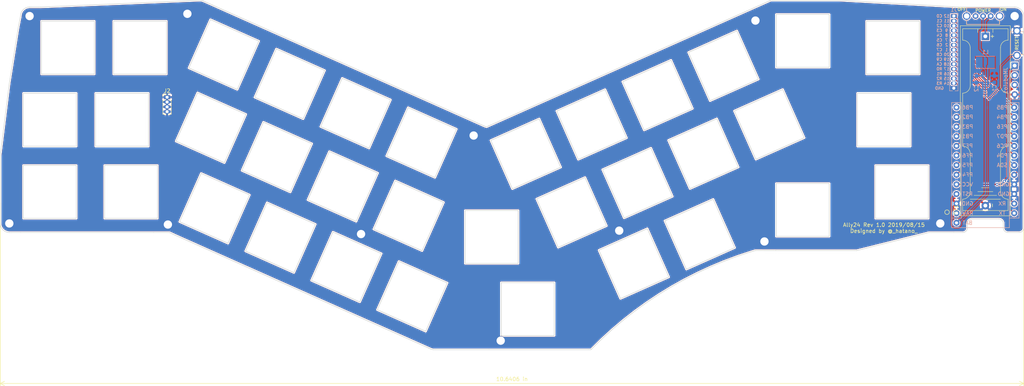
<source format=kicad_pcb>
(kicad_pcb (version 20171130) (host pcbnew "(5.1.2)-2")
  (layers (0 F.Cu signal) (31 B.Cu signal) (34 B.Paste user) (35 F.Paste user) (36 B.SilkS user) (37 F.SilkS user) (38 B.Mask user) (39 F.Mask user) (44 Edge.Cuts user))
  (net 0 "")
  (net 1 R1)
  (net 2 R2)
  (net 3 C0)
  (net 4 C1)
  (net 5 C2)
  (net 6 C3)
  (net 7 C4)
  (net 8 C5)
  (net 9 R0)
  (net 10 R3)
  (net 11 C6)
  (net 12 C7)
  (net 13 C8)
  (net 14 C9)
  (net 15 C10)
  (net 16 GND)
  (net 17 BAT)
  (net 18 RST)
  (net 19 "Net-(BT1-Pad1)")
  (net 20 "Net-(L1-Pad1)")
  (net 21 cell)
  (net 22 SCL)
  (net 23 SDA)
  (net 24 VCC)
  (module cscslib:CPG1511_1350_hole (layer F.Cu) (at 87.333226 56.296132 336)
    (fp_text reference SW16 hide)
    (fp_text value SW_Push hide)
    (fp_line (start -7 -7) (end 7 -7) (layer Edge.Cuts) (width 0.15))
    (fp_line (start 7 -7) (end 7 7) (layer Edge.Cuts) (width 0.15))
    (fp_line (start -7 7) (end 7 7) (layer Edge.Cuts) (width 0.15))
    (fp_line (start -7 -7) (end -7 7) (layer Edge.Cuts) (width 0.15))
  )
  (module cscslib:CPG1511_1350_hole (layer F.Cu) (at 247.649806 46.434384)
    (fp_text reference SW24 hide)
    (fp_text value SW_Push hide)
    (fp_line (start -7 -7) (end 7 -7) (layer Edge.Cuts) (width 0.15))
    (fp_line (start 7 -7) (end 7 7) (layer Edge.Cuts) (width 0.15))
    (fp_line (start -7 7) (end 7 7) (layer Edge.Cuts) (width 0.15))
    (fp_line (start -7 -7) (end -7 7) (layer Edge.Cuts) (width 0.15))
  )
  (module cscslib:CPG1511_1350_hole (layer F.Cu) (at 105.689469 85.321697 336)
    (fp_text reference SW29 hide)
    (fp_text value SW_Push hide)
    (fp_line (start -7 -7) (end 7 -7) (layer Edge.Cuts) (width 0.15))
    (fp_line (start 7 -7) (end 7 7) (layer Edge.Cuts) (width 0.15))
    (fp_line (start -7 7) (end 7 7) (layer Edge.Cuts) (width 0.15))
    (fp_line (start -7 -7) (end -7 7) (layer Edge.Cuts) (width 0.15))
  )
  (module cscslib:HOLE_M2 (layer F.Cu) (at 109.563645 76.619897)
    (fp_text reference H1 hide)
    (fp_text value MountingHole hide)
    (pad "" thru_hole circle (at 0 0) (size 2.4 2.4) (drill 2.2) (layers *.Cu *.Mask) (net 16 GND) (clearance 0.8))
  )
  (module cscslib:HOLE_M2 (layer F.Cu) (at 139.303022 50.601568)
    (fp_text reference H5 hide)
    (fp_text value MountingHole hide)
    (pad "" thru_hole circle (at 0 0) (size 2.4 2.4) (drill 2.2) (layers *.Cu *.Mask) (net 16 GND) (clearance 0.8))
  )
  (module cscslib:HOLE_M2 (layer F.Cu) (at 63.698398 18.454719)
    (fp_text reference H4 hide)
    (fp_text value MountingHole hide)
    (pad "" thru_hole circle (at 0 0) (size 2.4 2.4) (drill 2.2) (layers *.Cu *.Mask) (net 16 GND) (clearance 0.8))
  )
  (module cscslib:HOLE_M2 (layer F.Cu) (at 213.717021 20.240654)
    (fp_text reference H6 hide)
    (fp_text value MountingHole hide)
    (pad "" thru_hole circle (at 0 0) (size 2.4 2.4) (drill 2.2) (layers *.Cu *.Mask) (net 16 GND) (clearance 0.8))
  )
  (module cscslib:HOLE_M2 (layer F.Cu) (at 177.744367 75.722292)
    (fp_text reference H2 hide)
    (fp_text value MountingHole hide)
    (pad "" thru_hole circle (at 0 0) (size 2.4 2.4) (drill 2.2) (layers *.Cu *.Mask) (net 16 GND) (clearance 0.8))
  )
  (module cscslib:CPG1511_1350_hole (layer F.Cu) (at 153.590511 96.440592)
    (fp_text reference SW31 hide)
    (fp_text value SW_Push hide)
    (fp_line (start -7 -7) (end 7 -7) (layer Edge.Cuts) (width 0.15))
    (fp_line (start 7 -7) (end 7 7) (layer Edge.Cuts) (width 0.15))
    (fp_line (start -7 7) (end 7 7) (layer Edge.Cuts) (width 0.15))
    (fp_line (start -7 -7) (end -7 7) (layer Edge.Cuts) (width 0.15))
  )
  (module cscslib:CPG1511_1350_hole (layer F.Cu) (at 226.218573 70.246865)
    (fp_text reference SW34 hide)
    (fp_text value SW_Push hide)
    (fp_line (start -7 -7) (end 7 -7) (layer Edge.Cuts) (width 0.15))
    (fp_line (start 7 -7) (end 7 7) (layer Edge.Cuts) (width 0.15))
    (fp_line (start -7 7) (end 7 7) (layer Edge.Cuts) (width 0.15))
    (fp_line (start -7 -7) (end -7 7) (layer Edge.Cuts) (width 0.15))
  )
  (module cscslib:CPG1511_1350_hole (layer F.Cu) (at 250.031053 27.3844)
    (fp_text reference SW12 hide)
    (fp_text value SW_Push hide)
    (fp_line (start -7 -7) (end 7 -7) (layer Edge.Cuts) (width 0.15))
    (fp_line (start 7 -7) (end 7 7) (layer Edge.Cuts) (width 0.15))
    (fp_line (start -7 7) (end 7 7) (layer Edge.Cuts) (width 0.15))
    (fp_line (start -7 -7) (end -7 7) (layer Edge.Cuts) (width 0.15))
  )
  (module cscslib:CPG1511_1350_hole (layer F.Cu) (at 252.412302 65.484368)
    (fp_text reference SW35 hide)
    (fp_text value SW_Push hide)
    (fp_line (start -7 -7) (end 7 -7) (layer Edge.Cuts) (width 0.15))
    (fp_line (start 7 -7) (end 7 7) (layer Edge.Cuts) (width 0.15))
    (fp_line (start -7 7) (end 7 7) (layer Edge.Cuts) (width 0.15))
    (fp_line (start -7 -7) (end -7 7) (layer Edge.Cuts) (width 0.15))
  )
  (module cscslib:CPG1511_1350_hole (layer F.Cu) (at 27.384366 65.484368)
    (fp_text reference SW25 hide)
    (fp_text value SW_Push hide)
    (fp_line (start -7 -7) (end 7 -7) (layer Edge.Cuts) (width 0.15))
    (fp_line (start 7 -7) (end 7 7) (layer Edge.Cuts) (width 0.15))
    (fp_line (start -7 7) (end 7 7) (layer Edge.Cuts) (width 0.15))
    (fp_line (start -7 -7) (end -7 7) (layer Edge.Cuts) (width 0.15))
  )
  (module cscslib:CPG1511_1350_hole (layer F.Cu) (at 226.218574 25.598464)
    (fp_text reference SW11 hide)
    (fp_text value SW_Push hide)
    (fp_line (start -7 -7) (end 7 -7) (layer Edge.Cuts) (width 0.15))
    (fp_line (start 7 -7) (end 7 7) (layer Edge.Cuts) (width 0.15))
    (fp_line (start -7 7) (end 7 7) (layer Edge.Cuts) (width 0.15))
    (fp_line (start -7 -7) (end -7 7) (layer Edge.Cuts) (width 0.15))
  )
  (module cscslib:CPG1511_1350_hole (layer F.Cu) (at 27.384366 46.434384)
    (fp_text reference SW13 hide)
    (fp_text value SW_Push hide)
    (fp_line (start -7 -7) (end 7 -7) (layer Edge.Cuts) (width 0.15))
    (fp_line (start 7 -7) (end 7 7) (layer Edge.Cuts) (width 0.15))
    (fp_line (start -7 7) (end 7 7) (layer Edge.Cuts) (width 0.15))
    (fp_line (start -7 -7) (end -7 7) (layer Edge.Cuts) (width 0.15))
  )
  (module cscslib:CPG1511_1350_hole (layer F.Cu) (at 123.092338 93.069656 336)
    (fp_text reference SW30 hide)
    (fp_text value SW_Push hide)
    (fp_line (start -7 -7) (end 7 -7) (layer Edge.Cuts) (width 0.15))
    (fp_line (start 7 -7) (end 7 7) (layer Edge.Cuts) (width 0.15))
    (fp_line (start -7 7) (end 7 7) (layer Edge.Cuts) (width 0.15))
    (fp_line (start -7 -7) (end -7 7) (layer Edge.Cuts) (width 0.15))
  )
  (module cscslib:CPG1511_1350_hole (layer F.Cu) (at 88.286414 77.573357 336)
    (fp_text reference SW28 hide)
    (fp_text value SW_Push hide)
    (fp_line (start -7 -7) (end 7 -7) (layer Edge.Cuts) (width 0.15))
    (fp_line (start 7 -7) (end 7 7) (layer Edge.Cuts) (width 0.15))
    (fp_line (start -7 7) (end 7 7) (layer Edge.Cuts) (width 0.15))
    (fp_line (start -7 -7) (end -7 7) (layer Edge.Cuts) (width 0.15))
  )
  (module cscslib:CPG1511_1350_hole (layer F.Cu) (at 70.883359 69.825018 336)
    (fp_text reference SW27 hide)
    (fp_text value SW_Push hide)
    (fp_line (start -7 -7) (end 7 -7) (layer Edge.Cuts) (width 0.15))
    (fp_line (start 7 -7) (end 7 7) (layer Edge.Cuts) (width 0.15))
    (fp_line (start -7 7) (end 7 7) (layer Edge.Cuts) (width 0.15))
    (fp_line (start -7 -7) (end -7 7) (layer Edge.Cuts) (width 0.15))
  )
  (module cscslib:CPG1511_1350_hole (layer F.Cu) (at 122.139152 71.792466 336)
    (fp_text reference SW18 hide)
    (fp_text value SW_Push hide)
    (fp_line (start -7 -7) (end 7 -7) (layer Edge.Cuts) (width 0.15))
    (fp_line (start 7 -7) (end 7 7) (layer Edge.Cuts) (width 0.15))
    (fp_line (start -7 7) (end 7 7) (layer Edge.Cuts) (width 0.15))
    (fp_line (start -7 -7) (end -7 7) (layer Edge.Cuts) (width 0.15))
  )
  (module cscslib:CPG1511_1350_hole (layer F.Cu) (at 104.736283 64.044472 336)
    (fp_text reference SW17 hide)
    (fp_text value SW_Push hide)
    (fp_line (start -7 -7) (end 7 -7) (layer Edge.Cuts) (width 0.15))
    (fp_line (start 7 -7) (end 7 7) (layer Edge.Cuts) (width 0.15))
    (fp_line (start -7 7) (end 7 7) (layer Edge.Cuts) (width 0.15))
    (fp_line (start -7 -7) (end -7 7) (layer Edge.Cuts) (width 0.15))
  )
  (module cscslib:CPG1511_1350_hole (layer F.Cu) (at 69.93017 48.547793 336)
    (fp_text reference SW15 hide)
    (fp_text value SW_Push hide)
    (fp_line (start -7 -7) (end 7 -7) (layer Edge.Cuts) (width 0.15))
    (fp_line (start 7 -7) (end 7 7) (layer Edge.Cuts) (width 0.15))
    (fp_line (start -7 7) (end 7 7) (layer Edge.Cuts) (width 0.15))
    (fp_line (start -7 -7) (end -7 7) (layer Edge.Cuts) (width 0.15))
  )
  (module cscslib:CPG1511_1350_hole (layer F.Cu) (at 125.536913 52.452671 336)
    (fp_text reference SW6 hide)
    (fp_text value SW_Push hide)
    (fp_line (start -7 -7) (end 7 -7) (layer Edge.Cuts) (width 0.15))
    (fp_line (start 7 -7) (end 7 7) (layer Edge.Cuts) (width 0.15))
    (fp_line (start -7 7) (end 7 7) (layer Edge.Cuts) (width 0.15))
    (fp_line (start -7 -7) (end -7 7) (layer Edge.Cuts) (width 0.15))
  )
  (module cscslib:CPG1511_1350_hole (layer F.Cu) (at 108.133858 44.704331 336)
    (fp_text reference SW5 hide)
    (fp_text value SW_Push hide)
    (fp_line (start -7 -7) (end 7 -7) (layer Edge.Cuts) (width 0.15))
    (fp_line (start 7 -7) (end 7 7) (layer Edge.Cuts) (width 0.15))
    (fp_line (start -7 7) (end 7 7) (layer Edge.Cuts) (width 0.15))
    (fp_line (start -7 -7) (end -7 7) (layer Edge.Cuts) (width 0.15))
  )
  (module cscslib:CPG1511_1350_hole (layer F.Cu) (at 90.730802 36.955992 336)
    (fp_text reference SW4 hide)
    (fp_text value SW_Push hide)
    (fp_line (start -7 -7) (end 7 -7) (layer Edge.Cuts) (width 0.15))
    (fp_line (start 7 -7) (end 7 7) (layer Edge.Cuts) (width 0.15))
    (fp_line (start -7 7) (end 7 7) (layer Edge.Cuts) (width 0.15))
    (fp_line (start -7 -7) (end -7 7) (layer Edge.Cuts) (width 0.15))
  )
  (module cscslib:CPG1511_1350_hole (layer F.Cu) (at 73.327746 29.207652 336)
    (fp_text reference SW3 hide)
    (fp_text value SW_Push hide)
    (fp_line (start -7 -7) (end 7 -7) (layer Edge.Cuts) (width 0.15))
    (fp_line (start 7 -7) (end 7 7) (layer Edge.Cuts) (width 0.15))
    (fp_line (start -7 7) (end 7 7) (layer Edge.Cuts) (width 0.15))
    (fp_line (start -7 -7) (end -7 7) (layer Edge.Cuts) (width 0.15))
  )
  (module cscslib:CPG1511_1350_hole (layer F.Cu) (at 187.875823 39.932293 24)
    (fp_text reference SW9 hide)
    (fp_text value SW_Push hide)
    (fp_line (start -7 -7) (end 7 -7) (layer Edge.Cuts) (width 0.15))
    (fp_line (start 7 -7) (end 7 7) (layer Edge.Cuts) (width 0.15))
    (fp_line (start -7 7) (end 7 7) (layer Edge.Cuts) (width 0.15))
    (fp_line (start -7 -7) (end -7 7) (layer Edge.Cuts) (width 0.15))
  )
  (module cscslib:CPG1511_1350_hole (layer F.Cu) (at 199.021851 76.675439 24)
    (fp_text reference SW33 hide)
    (fp_text value SW_Push hide)
    (fp_line (start -7 -7) (end 7 -7) (layer Edge.Cuts) (width 0.15))
    (fp_line (start 7 -7) (end 7 7) (layer Edge.Cuts) (width 0.15))
    (fp_line (start -7 7) (end 7 7) (layer Edge.Cuts) (width 0.15))
    (fp_line (start -7 -7) (end -7 7) (layer Edge.Cuts) (width 0.15))
  )
  (module cscslib:CPG1511_1350_hole (layer F.Cu) (at 181.618825 84.423766 24)
    (fp_text reference SW32 hide)
    (fp_text value SW_Push hide)
    (fp_line (start -7 -7) (end 7 -7) (layer Edge.Cuts) (width 0.15))
    (fp_line (start 7 -7) (end 7 7) (layer Edge.Cuts) (width 0.15))
    (fp_line (start -7 7) (end 7 7) (layer Edge.Cuts) (width 0.15))
    (fp_line (start -7 -7) (end -7 7) (layer Edge.Cuts) (width 0.15))
  )
  (module cscslib:CPG1511_1350_hole (layer F.Cu) (at 217.378051 47.649894 24)
    (fp_text reference SW23 hide)
    (fp_text value SW_Push hide)
    (fp_line (start -7 -7) (end 7 -7) (layer Edge.Cuts) (width 0.15))
    (fp_line (start 7 -7) (end 7 7) (layer Edge.Cuts) (width 0.15))
    (fp_line (start -7 7) (end 7 7) (layer Edge.Cuts) (width 0.15))
    (fp_line (start -7 -7) (end -7 7) (layer Edge.Cuts) (width 0.15))
  )
  (module cscslib:CPG1511_1350_hole (layer F.Cu) (at 199.975029 55.398231 24)
    (fp_text reference SW22 hide)
    (fp_text value SW_Push hide)
    (fp_line (start -7 -7) (end 7 -7) (layer Edge.Cuts) (width 0.15))
    (fp_line (start 7 -7) (end 7 7) (layer Edge.Cuts) (width 0.15))
    (fp_line (start -7 7) (end 7 7) (layer Edge.Cuts) (width 0.15))
    (fp_line (start -7 -7) (end -7 7) (layer Edge.Cuts) (width 0.15))
  )
  (module cscslib:CPG1511_1350_hole (layer F.Cu) (at 182.572003 63.146558 24)
    (fp_text reference SW21 hide)
    (fp_text value SW_Push hide)
    (fp_line (start -7 -7) (end 7 -7) (layer Edge.Cuts) (width 0.15))
    (fp_line (start 7 -7) (end 7 7) (layer Edge.Cuts) (width 0.15))
    (fp_line (start -7 7) (end 7 7) (layer Edge.Cuts) (width 0.15))
    (fp_line (start -7 -7) (end -7 7) (layer Edge.Cuts) (width 0.15))
  )
  (module cscslib:CPG1511_1350_hole (layer F.Cu) (at 165.168972 70.894873 24)
    (fp_text reference SW20 hide)
    (fp_text value SW_Push hide)
    (fp_line (start -7 -7) (end 7 -7) (layer Edge.Cuts) (width 0.15))
    (fp_line (start 7 -7) (end 7 7) (layer Edge.Cuts) (width 0.15))
    (fp_line (start -7 7) (end 7 7) (layer Edge.Cuts) (width 0.15))
    (fp_line (start -7 -7) (end -7 7) (layer Edge.Cuts) (width 0.15))
  )
  (module cscslib:CPG1511_1350_hole (layer F.Cu) (at 205.278879 32.183954 24)
    (fp_text reference SW10 hide)
    (fp_text value SW_Push hide)
    (fp_line (start -7 -7) (end 7 -7) (layer Edge.Cuts) (width 0.15))
    (fp_line (start 7 -7) (end 7 7) (layer Edge.Cuts) (width 0.15))
    (fp_line (start -7 7) (end 7 7) (layer Edge.Cuts) (width 0.15))
    (fp_line (start -7 -7) (end -7 7) (layer Edge.Cuts) (width 0.15))
  )
  (module cscslib:CPG1511_1350_hole (layer F.Cu) (at 170.472768 47.680633 24)
    (fp_text reference SW8 hide)
    (fp_text value SW_Push hide)
    (fp_line (start -7 -7) (end 7 -7) (layer Edge.Cuts) (width 0.15))
    (fp_line (start 7 -7) (end 7 7) (layer Edge.Cuts) (width 0.15))
    (fp_line (start -7 7) (end 7 7) (layer Edge.Cuts) (width 0.15))
    (fp_line (start -7 -7) (end -7 7) (layer Edge.Cuts) (width 0.15))
  )
  (module cscslib:CPG1511_1350_hole (layer F.Cu) (at 153.069712 55.428972 24)
    (fp_text reference SW7 hide)
    (fp_text value SW_Push hide)
    (fp_line (start -7 -7) (end 7 -7) (layer Edge.Cuts) (width 0.15))
    (fp_line (start 7 -7) (end 7 7) (layer Edge.Cuts) (width 0.15))
    (fp_line (start -7 7) (end 7 7) (layer Edge.Cuts) (width 0.15))
    (fp_line (start -7 -7) (end -7 7) (layer Edge.Cuts) (width 0.15))
  )
  (module cscslib:CPG1511_1350_hole (layer F.Cu) (at 144.065518 77.390608)
    (fp_text reference SW19 hide)
    (fp_text value SW_Push hide)
    (fp_line (start -7 -7) (end 7 -7) (layer Edge.Cuts) (width 0.15))
    (fp_line (start 7 -7) (end 7 7) (layer Edge.Cuts) (width 0.15))
    (fp_line (start -7 7) (end 7 7) (layer Edge.Cuts) (width 0.15))
    (fp_line (start -7 -7) (end -7 7) (layer Edge.Cuts) (width 0.15))
  )
  (module cscslib:CPG1511_1350_hole (layer F.Cu) (at 48.815598 65.484368)
    (fp_text reference SW26 hide)
    (fp_text value SW_Push hide)
    (fp_line (start -7 -7) (end 7 -7) (layer Edge.Cuts) (width 0.15))
    (fp_line (start 7 -7) (end 7 7) (layer Edge.Cuts) (width 0.15))
    (fp_line (start -7 7) (end 7 7) (layer Edge.Cuts) (width 0.15))
    (fp_line (start -7 -7) (end -7 7) (layer Edge.Cuts) (width 0.15))
  )
  (module cscslib:CPG1511_1350_hole (layer F.Cu) (at 46.43435 46.434384)
    (fp_text reference SW14 hide)
    (fp_text value SW_Push hide)
    (fp_line (start -7 -7) (end 7 -7) (layer Edge.Cuts) (width 0.15))
    (fp_line (start 7 -7) (end 7 7) (layer Edge.Cuts) (width 0.15))
    (fp_line (start -7 7) (end 7 7) (layer Edge.Cuts) (width 0.15))
    (fp_line (start -7 -7) (end -7 7) (layer Edge.Cuts) (width 0.15))
  )
  (module cscslib:CPG1511_1350_hole (layer F.Cu) (at 51.196846 27.3844)
    (fp_text reference SW2 hide)
    (fp_text value SW_Push hide)
    (fp_line (start -7 -7) (end 7 -7) (layer Edge.Cuts) (width 0.15))
    (fp_line (start 7 -7) (end 7 7) (layer Edge.Cuts) (width 0.15))
    (fp_line (start -7 7) (end 7 7) (layer Edge.Cuts) (width 0.15))
    (fp_line (start -7 -7) (end -7 7) (layer Edge.Cuts) (width 0.15))
  )
  (module cscslib:CPG1511_1350_hole (layer F.Cu) (at 32.146862 27.384398)
    (fp_text reference SW1 hide)
    (fp_text value SW_Push hide)
    (fp_line (start -7 -7) (end 7 -7) (layer Edge.Cuts) (width 0.15))
    (fp_line (start 7 -7) (end 7 7) (layer Edge.Cuts) (width 0.15))
    (fp_line (start -7 7) (end 7 7) (layer Edge.Cuts) (width 0.15))
    (fp_line (start -7 -7) (end -7 7) (layer Edge.Cuts) (width 0.15))
  )
  (module Connector_PinHeader_2.54mm:PinHeader_1x04_P2.54mm_Vertical (layer B.Cu) (at 282.178362 32.146902 180)
    (fp_text reference JModulo1 (at 2.381252 -3.939249 270) (layer B.SilkS) (effects (justify mirror)))
    (fp_text value Conn_01x04)
    (pad 1 thru_hole rect (at 0 0 180) (size 1.7 1.7) (drill 1) (layers *.Cu *.Mask) (net 24 VCC))
    (pad 2 thru_hole oval (at 0 -2.54 180) (size 1.7 1.7) (drill 1) (layers *.Cu *.Mask) (net 23 SDA))
    (pad 3 thru_hole oval (at 0 -5.08 180) (size 1.7 1.7) (drill 1) (layers *.Cu *.Mask) (net 22 SCL))
    (pad 4 thru_hole oval (at 0 -7.62 180) (size 1.7 1.7) (drill 1) (layers *.Cu *.Mask) (net 16 GND))
  )
  (module cscslib:HOLE_M2 (layer F.Cu) (at 16.66875 73.818736)
    (fp_text reference H12 hide)
    (fp_text value MountingHole hide)
    (pad "" thru_hole circle (at 0 0) (size 2.4 2.4) (drill 2.2) (layers *.Cu *.Mask) (net 16 GND) (clearance 0.8))
  )
  (module cscslib:HOLE_M2 (layer F.Cu) (at 58.549802 74.108258)
    (fp_text reference H11 hide)
    (fp_text value MountingHole hide)
    (pad "" thru_hole circle (at 0 0) (size 2.4 2.4) (drill 2.2) (layers *.Cu *.Mask) (net 16 GND) (clearance 0.8))
  )
  (module cscslib:HOLE_M2 (layer F.Cu) (at 146.446998 104.775088)
    (fp_text reference H10 hide)
    (fp_text value MountingHole hide)
    (pad "" thru_hole circle (at 0 0) (size 2.4 2.4) (drill 2.2) (layers *.Cu *.Mask) (net 16 GND) (clearance 0.8))
  )
  (module cscslib:HOLE_M2 (layer F.Cu) (at 216.098271 78.581232)
    (fp_text reference H9 hide)
    (fp_text value MountingHole hide)
    (pad "" thru_hole circle (at 0 0) (size 2.4 2.4) (drill 2.2) (layers *.Cu *.Mask) (net 16 GND) (clearance 0.8))
  )
  (module cscslib:HOLE_M2 (layer F.Cu) (at 262.532606 73.818736)
    (fp_text reference H8 hide)
    (fp_text value MountingHole hide)
    (pad "" thru_hole circle (at 0 0) (size 2.4 2.4) (drill 2.2) (layers *.Cu *.Mask) (net 16 GND) (clearance 0.8))
  )
  (module cscslib:HOLE_M2 (layer F.Cu) (at 282.178362 19.050032)
    (fp_text reference H7 hide)
    (fp_text value MountingHole hide)
    (pad "" thru_hole circle (at 0 0) (size 2.4 2.4) (drill 2.2) (layers *.Cu *.Mask) (net 16 GND) (clearance 0.8))
  )
  (module cscslib:HOLE_M2 (layer F.Cu) (at 22.026581 19.050032)
    (fp_text reference H3 hide)
    (fp_text value MountingHole hide)
    (pad "" thru_hole circle (at 0 0) (size 2.4 2.4) (drill 2.2) (layers *.Cu *.Mask) (net 16 GND) (clearance 0.8))
  )
  (module cscslib:PinHeader_1x16_P1.27mm_Conthrough (layer B.Cu) (at 266.104478 19.050032 180)
    (fp_text reference J1 (at 0 1.695) (layer B.SilkS) (effects (justify mirror)))
    (fp_text value Conn_01x16)
    (pad 1 thru_hole rect (at 0 0 180) (size 1.6 1) (drill 0.8) (layers *.Cu *.Mask) (net 3 C0))
    (pad 2 thru_hole oval (at 0 -1.27 180) (size 1.6 1) (drill 0.8) (layers *.Cu *.Mask) (net 4 C1))
    (pad 3 thru_hole oval (at 0 -2.54 180) (size 1.6 1) (drill 0.8) (layers *.Cu *.Mask) (net 5 C2))
    (pad 4 thru_hole oval (at 0 -3.81 180) (size 1.6 1) (drill 0.8) (layers *.Cu *.Mask) (net 6 C3))
    (pad 5 thru_hole oval (at 0 -5.08 180) (size 1.6 1) (drill 0.8) (layers *.Cu *.Mask) (net 7 C4))
    (pad 6 thru_hole oval (at 0 -6.35 180) (size 1.6 1) (drill 0.8) (layers *.Cu *.Mask) (net 8 C5))
    (pad 7 thru_hole oval (at 0 -7.62 180) (size 1.6 1) (drill 0.8) (layers *.Cu *.Mask) (net 11 C6))
    (pad 8 thru_hole oval (at 0 -8.89 180) (size 1.6 1) (drill 0.8) (layers *.Cu *.Mask) (net 12 C7))
    (pad 9 thru_hole oval (at 0 -10.16 180) (size 1.6 1) (drill 0.8) (layers *.Cu *.Mask) (net 13 C8))
    (pad 10 thru_hole oval (at 0 -11.43 180) (size 1.6 1) (drill 0.8) (layers *.Cu *.Mask) (net 14 C9))
    (pad 11 thru_hole oval (at 0 -12.7 180) (size 1.6 1) (drill 0.8) (layers *.Cu *.Mask) (net 15 C10))
    (pad 12 thru_hole oval (at 0 -13.97 180) (size 1.6 1) (drill 0.8) (layers *.Cu *.Mask) (net 9 R0))
    (pad 13 thru_hole oval (at 0 -15.24 180) (size 1.6 1) (drill 0.8) (layers *.Cu *.Mask) (net 1 R1))
    (pad 14 thru_hole oval (at 0 -16.51 180) (size 1.6 1) (drill 0.8) (layers *.Cu *.Mask) (net 2 R2))
    (pad 15 thru_hole oval (at 0 -17.78 180) (size 1.6 1) (drill 0.8) (layers *.Cu *.Mask) (net 10 R3))
    (pad 16 thru_hole oval (at 0 -19.05 180) (size 1.6 1) (drill 0.8) (layers *.Cu *.Mask) (net 16 GND))
  )
  (module cscslib:BatteryHolder_Keystone_2466_1xAAA (layer F.Cu) (at 274.438276 24.40784 270)
    (fp_text reference BT1 (at 45.839101 7.739069 270) (layer F.SilkS))
    (fp_text value Battery_Cell)
    (fp_text user + (at 0.000024 -1.786571 90) (layer F.SilkS))
    (fp_text user - (at 44.648499 -1.786571 90) (layer F.SilkS))
    (pad 2 thru_hole circle (at 44.7 0 270) (size 2 2) (drill 1.02) (layers *.Cu *.Mask) (net 16 GND))
    (pad 1 thru_hole rect (at 0 0 270) (size 2 2) (drill 1.02) (layers *.Cu *.Mask) (net 19 "Net-(BT1-Pad1)"))
  )
  (module cscslib:BLEMicroPro-2N (layer B.Cu) (at 274.438846 57.15)
    (fp_text reference U1 hide)
    (fp_text value BLE-Micro-Pro-2 hide)
    (fp_text user BAT (at -4.699 16.51 180) (layer B.SilkS) (effects (justify mirror)))
    (fp_text user TX (at 4.445 13.97 180) (layer B.SilkS) (effects (justify mirror)))
    (fp_text user RX (at 4.445 11.43 180) (layer B.SilkS) (effects (justify mirror)))
    (fp_text user GND (at 4.826 8.89) (layer B.SilkS) (effects (justify mirror)))
    (fp_text user GND (at 4.826 6.35) (layer B.SilkS) (effects (justify mirror)))
    (fp_text user SDA (at 4.445 1.27 180) (layer B.SilkS) (effects (justify mirror)))
    (fp_text user PD4 (at 4.445 -1.27 180) (layer B.SilkS) (effects (justify mirror)))
    (fp_text user PC6 (at 4.445 -3.81 180) (layer B.SilkS) (effects (justify mirror)))
    (fp_text user PD7 (at 4.445 -6.35 180) (layer B.SilkS) (effects (justify mirror)))
    (fp_text user PE6 (at 4.445 -8.89 180) (layer B.SilkS) (effects (justify mirror)))
    (fp_text user PB4 (at 4.445 -11.43 180) (layer B.SilkS) (effects (justify mirror)))
    (fp_text user PB5 (at 4.445 -13.97 180) (layer B.SilkS) (effects (justify mirror)))
    (fp_text user RAW (at -4.699 13.97 180) (layer B.SilkS) (effects (justify mirror)))
    (fp_text user GND (at -4.699 11.43 180) (layer B.SilkS) (effects (justify mirror)))
    (fp_text user VCC (at -4.699 6.35 180) (layer B.SilkS) (effects (justify mirror)))
    (fp_text user PF4 (at -4.699 3.81 180) (layer B.SilkS) (effects (justify mirror)))
    (fp_text user PF5 (at -4.699 1.27 180) (layer B.SilkS) (effects (justify mirror)))
    (fp_text user PF6 (at -4.699 -1.27 180) (layer B.SilkS) (effects (justify mirror)))
    (fp_text user PB1 (at -4.699 -6.35 180) (layer B.SilkS) (effects (justify mirror)))
    (fp_text user PB3 (at -4.699 -8.89 180) (layer B.SilkS) (effects (justify mirror)))
    (fp_text user PB2 (at -4.699 -11.43 180) (layer B.SilkS) (effects (justify mirror)))
    (fp_text user PB6 (at -4.699 -13.97 180) (layer B.SilkS) (effects (justify mirror)))
    (fp_text user RST (at -4.699 8.89 180) (layer B.SilkS) (effects (justify mirror)))
    (fp_text user PF7 (at -4.699 -3.81 180) (layer B.SilkS) (effects (justify mirror)))
    (pad 25 thru_hole circle (at -7.62 16.51 180) (size 1.6 1.6) (drill 0.8) (layers *.Cu *.Mask) (net 17 BAT))
    (pad 24 thru_hole circle (at -7.62 13.97 180) (size 1.6 1.6) (drill 0.8) (layers *.Cu *.Mask))
    (pad 23 thru_hole circle (at -7.62 11.43 180) (size 1.6 1.6) (drill 0.8) (layers *.Cu *.Mask) (net 16 GND))
    (pad 22 thru_hole circle (at -7.62 8.89 180) (size 1.6 1.6) (drill 0.8) (layers *.Cu *.Mask) (net 18 RST))
    (pad 21 thru_hole circle (at -7.62 6.35 180) (size 1.6 1.6) (drill 0.8) (layers *.Cu *.Mask) (net 24 VCC))
    (pad 20 thru_hole circle (at -7.62 3.81 180) (size 1.6 1.6) (drill 0.8) (layers *.Cu *.Mask) (net 13 C8))
    (pad 19 thru_hole circle (at -7.62 1.27 180) (size 1.6 1.6) (drill 0.8) (layers *.Cu *.Mask) (net 14 C9))
    (pad 18 thru_hole circle (at -7.62 -1.27 180) (size 1.6 1.6) (drill 0.8) (layers *.Cu *.Mask) (net 15 C10))
    (pad 17 thru_hole circle (at -7.62 -3.81 180) (size 1.6 1.6) (drill 0.8) (layers *.Cu *.Mask) (net 9 R0))
    (pad 16 thru_hole circle (at -7.62 -6.35 180) (size 1.6 1.6) (drill 0.8) (layers *.Cu *.Mask) (net 1 R1))
    (pad 15 thru_hole circle (at -7.62 -8.89 180) (size 1.6 1.6) (drill 0.8) (layers *.Cu *.Mask) (net 2 R2))
    (pad 14 thru_hole circle (at -7.62 -11.43 180) (size 1.6 1.6) (drill 0.8) (layers *.Cu *.Mask) (net 10 R3))
    (pad 13 thru_hole circle (at -7.62 -13.97 180) (size 1.6 1.6) (drill 0.8) (layers *.Cu *.Mask))
    (pad 12 thru_hole circle (at 7.62 -13.97 180) (size 1.6 1.6) (drill 0.8) (layers *.Cu *.Mask) (net 3 C0))
    (pad 11 thru_hole circle (at 7.62 -11.43 180) (size 1.6 1.6) (drill 0.8) (layers *.Cu *.Mask) (net 4 C1))
    (pad 10 thru_hole circle (at 7.62 -8.89 180) (size 1.6 1.6) (drill 0.8) (layers *.Cu *.Mask) (net 5 C2))
    (pad 9 thru_hole circle (at 7.62 -6.35 180) (size 1.6 1.6) (drill 0.8) (layers *.Cu *.Mask) (net 6 C3))
    (pad 8 thru_hole circle (at 7.62 -3.81 180) (size 1.6 1.6) (drill 0.8) (layers *.Cu *.Mask) (net 7 C4))
    (pad 7 thru_hole circle (at 7.62 -1.27 180) (size 1.6 1.6) (drill 0.8) (layers *.Cu *.Mask) (net 8 C5))
    (pad 6 thru_hole circle (at 7.62 1.27 180) (size 1.6 1.6) (drill 0.8) (layers *.Cu *.Mask) (net 23 SDA))
    (pad 5 thru_hole circle (at 7.62 3.81 180) (size 1.6 1.6) (drill 0.8) (layers *.Cu *.Mask) (net 22 SCL))
    (pad 4 thru_hole circle (at 7.62 6.35 180) (size 1.6 1.6) (drill 0.8) (layers *.Cu *.Mask) (net 16 GND))
    (pad 3 thru_hole circle (at 7.62 8.89 180) (size 1.6 1.6) (drill 0.8) (layers *.Cu *.Mask) (net 16 GND))
    (pad 2 thru_hole circle (at 7.62 11.43 180) (size 1.6 1.6) (drill 0.8) (layers *.Cu *.Mask) (net 11 C6))
    (pad 1 thru_hole circle (at 7.62 13.97 180) (size 1.6 1.6) (drill 0.8) (layers *.Cu *.Mask) (net 12 C7))
  )
  (module cscslib:PinHeader_1x04_P1.27mm_Conthrough (layer F.Cu) (at 58.34059 40.481264)
    (fp_text reference J2 (at 0 -1.695) (layer F.SilkS))
    (fp_text value Conn_01x04)
    (pad 1 thru_hole rect (at 0 0) (size 1.6 1) (drill 0.8) (layers *.Cu *.Mask) (net 16 GND))
    (pad 2 thru_hole oval (at 0 1.27) (size 1.6 1) (drill 0.8) (layers *.Cu *.Mask) (net 16 GND))
    (pad 3 thru_hole oval (at 0 2.54) (size 1.6 1) (drill 0.8) (layers *.Cu *.Mask) (net 16 GND))
    (pad 4 thru_hole oval (at 0 3.81) (size 1.6 1) (drill 0.8) (layers *.Cu *.Mask) (net 16 GND))
  )
  (module Package_TO_SOT_SMD:SOT-363_SC-70-6_Handsoldering (layer B.Cu) (at 274.438312 35.71851 90)
    (fp_text reference U2 (at -3.96874 0 270) (layer B.SilkS) (effects (justify mirror)))
    (fp_text value TPS61221)
    (pad 6 smd rect (at 1.33 0.65 90) (size 1.5 0.4) (layers B.Cu B.Paste B.Mask) (net 21 cell))
    (pad 5 smd rect (at 1.33 0 90) (size 1.5 0.4) (layers B.Cu B.Paste B.Mask) (net 20 "Net-(L1-Pad1)"))
    (pad 4 smd rect (at 1.33 -0.65 90) (size 1.5 0.4) (layers B.Cu B.Paste B.Mask) (net 17 BAT))
    (pad 3 smd rect (at -1.33 -0.65 90) (size 1.5 0.4) (layers B.Cu B.Paste B.Mask) (net 16 GND))
    (pad 2 smd rect (at -1.33 0 90) (size 1.5 0.4) (layers B.Cu B.Paste B.Mask) (net 17 BAT))
    (pad 1 smd rect (at -1.33 0.65 90) (size 1.5 0.4) (layers B.Cu B.Paste B.Mask) (net 21 cell))
  )
  (module cscslib:SLIDE_SWITCH_SK-12D01 (layer F.Cu) (at 273.84398 19.049834)
    (fp_text reference SW39 hide)
    (fp_text value SW_PWR hide)
    (fp_text user POWER (at 0 -1.5 180) (layer F.SilkS) (effects (font (size 0.8 0.8))))
    (fp_text user ON (at 5.357777 -1.762082) (layer F.SilkS) (effects (font (size 0.8 0.8))))
    (fp_text user OFF (at -5.635666 -1.762082) (layer F.SilkS) (effects (font (size 0.8 0.8))))
    (pad "" thru_hole circle (at -4.35 0) (size 2 2) (drill 1.4) (layers *.Cu *.Mask))
    (pad "" thru_hole circle (at 4.35 0) (size 2 2) (drill 1.4) (layers *.Cu *.Mask))
    (pad 1 thru_hole circle (at 0 0) (size 1.5 1.5) (drill 0.8) (layers *.Cu *.Mask) (net 21 cell))
    (pad 3 thru_hole circle (at -2 0) (size 1.5 1.5) (drill 0.8) (layers *.Cu *.Mask))
    (pad 2 thru_hole circle (at 2 0) (size 1.5 1.5) (drill 0.8) (layers *.Cu *.Mask) (net 19 "Net-(BT1-Pad1)"))
  )
  (module cscslib:TACT_SWITCH_TVBP06 (layer B.Cu) (at 282.773675 26.193772 90)
    (fp_text reference SW38 hide)
    (fp_text value SW_RST hide)
    (fp_text user RESET (at 0 0 90) (layer F.SilkS) (effects (font (size 0.8 0.8))))
    (pad 2 thru_hole circle (at 3.25 0 90) (size 2 2) (drill 1.3) (layers *.Cu *.Mask) (net 16 GND))
    (pad 1 thru_hole circle (at -3.25 0 90) (size 2 2) (drill 1.3) (layers *.Cu *.Mask) (net 18 RST))
  )
  (module Inductor_SMD:L_Taiyo-Yuden_NR-30xx_HandSoldering (layer B.Cu) (at 274.438313 31.273434)
    (fp_text reference L1 (at 0.00098 -2.69841 180) (layer B.SilkS) (effects (justify mirror)))
    (fp_text value 4.7uH)
    (pad 2 smd rect (at 1.6 0) (size 1.8 2.9) (layers B.Cu B.Paste B.Mask) (net 21 cell))
    (pad 1 smd rect (at -1.6 0) (size 1.8 2.9) (layers B.Cu B.Paste B.Mask) (net 20 "Net-(L1-Pad1)"))
  )
  (module Capacitor_SMD:C_0603_1608Metric_Pad1.05x0.95mm_HandSolder (layer B.Cu) (at 272.05706 35.71851 270)
    (fp_text reference C2 (at 2.381522 -0.000981 90) (layer B.SilkS) (effects (justify mirror)))
    (fp_text value 10uF)
    (pad 2 smd roundrect (at 0.875 0 270) (size 1.05 0.95) (layers B.Cu B.Paste B.Mask) (net 16 GND))
    (pad 1 smd roundrect (at -0.875 0 270) (size 1.05 0.95) (layers B.Cu B.Paste B.Mask) (net 17 BAT))
  )
  (module Capacitor_SMD:C_0603_1608Metric_Pad1.05x0.95mm_HandSolder (layer B.Cu) (at 276.819564 35.71851 90)
    (fp_text reference C1 (at -2.381522 0.000981 270) (layer B.SilkS) (effects (justify mirror)))
    (fp_text value 10uF)
    (pad 2 smd roundrect (at 0.875 0 90) (size 1.05 0.95) (layers B.Cu B.Paste B.Mask) (net 16 GND))
    (pad 1 smd roundrect (at -0.875 0 90) (size 1.05 0.95) (layers B.Cu B.Paste B.Mask) (net 21 cell))
  )
  (gr_line (start 259.556468 76.200064) (end 266.104378 76.199984) (layer Edge.Cuts) (width 0.15))
  (gr_line (start 213.717023 80.949201) (end 219.075184 80.962568) (layer Edge.Cuts) (width 0.15))
  (gr_line (start 143.470433 107.156335) (end 149.423563 107.15634) (layer Edge.Cuts) (width 0.15))
  (gr_line (start 60.542623 76.950472) (end 58.935987 76.200064) (layer Edge.Cuts) (width 0.15))
  (gr_line (start 54.768796 76.200064) (end 58.935987 76.200064) (layer Edge.Cuts) (width 0.15))
  (gr_line (start 169.664205 107.15634) (end 170.288141 107.15634) (layer Edge.Cuts) (width 0.15))
  (gr_arc (start 242.292392 177.389993) (end 213.717023 80.949201) (angle -29.20865307) (layer Edge.Cuts) (width 0.15))
  (dimension 270.272102 (width 0.15) (layer F.SilkS) (gr_text "270.272 mm" (at 149.423563 117.386035) (layer F.SilkS) (effects (font (size 1 1) (thickness 0.15)))) (feature1 (pts (xy 284.559614 68.460995) (xy 284.559614 116.672456))) (feature2 (pts (xy 14.287512 68.460995) (xy 14.287512 116.672456))) (crossbar (pts (xy 14.287512 116.086035) (xy 284.559614 116.086035))) (arrow1a (pts (xy 284.559614 116.086035) (xy 283.43311 116.672456))) (arrow1b (pts (xy 284.559614 116.086035) (xy 283.43311 115.499614))) (arrow2a (pts (xy 14.287512 116.086035) (xy 15.414016 116.672456))) (arrow2b (pts (xy 14.287512 116.086035) (xy 15.414016 115.499614))))
  (gr_line (start 240.506452 80.962569) (end 219.075184 80.962568) (layer Edge.Cuts) (width 0.15))
  (gr_line (start 259.556468 76.200064) (end 240.506452 80.962569) (layer Edge.Cuts) (width 0.15))
  (gr_arc (start 264.318542 70.842175) (end 264.913854 70.842176) (angle 0) (layer F.SilkS) (width 0.15))
  (gr_arc (start 282.178366 19.050016) (end 284.559614 19.050016) (angle -90) (layer Edge.Cuts) (width 0.15))
  (gr_line (start 282.178362 16.668764) (end 267.295537 16.668784) (layer Edge.Cuts) (width 0.15))
  (gr_line (start 284.559614 73.818737) (end 284.559614 19.050032) (layer Edge.Cuts) (width 0.15))
  (gr_line (start 22.026581 16.668784) (end 25.003146 16.668764) (layer Edge.Cuts) (width 0.15))
  (gr_line (start 19.050021 22.026581) (end 19.645333 19.050032) (layer Edge.Cuts) (width 0.15))
  (gr_arc (start 22.026581 19.050032) (end 22.026581 16.668784) (angle -90) (layer Edge.Cuts) (width 0.15))
  (gr_line (start 14.287502 73.818736) (end 14.287503 70.842175) (layer Edge.Cuts) (width 0.15))
  (gr_line (start 16.66875 76.199984) (end 19.64531 76.199985) (layer Edge.Cuts) (width 0.15))
  (gr_arc (start 16.66875 73.818736) (end 14.287502 73.818736) (angle -90) (layer Edge.Cuts) (width 0.15))
  (gr_line (start 142.40358 48.232265) (end 142.728598 48.303203) (layer Edge.Cuts) (width 0.15))
  (gr_line (start 217.884206 14.882847) (end 217.77915 14.888546) (layer Edge.Cuts) (width 0.15))
  (gr_line (start 68.984564 15.544014) (end 68.440718 15.301877) (layer Edge.Cuts) (width 0.15))
  (gr_line (start 68.440718 15.301877) (end 67.896874 15.059742) (layer Edge.Cuts) (width 0.15))
  (gr_line (start 67.896874 15.059742) (end 67.270269 14.882847) (layer Edge.Cuts) (width 0.15))
  (gr_line (start 25.003146 16.668764) (end 67.270269 14.882847) (layer Edge.Cuts) (width 0.15))
  (gr_line (start 16.66875 36.909392) (end 19.050016 22.026592) (layer Edge.Cuts) (width 0.15))
  (gr_line (start 14.287502 55.959378) (end 16.66875 36.909392) (layer Edge.Cuts) (width 0.15))
  (gr_line (start 14.287503 70.842175) (end 14.287502 55.959378) (layer Edge.Cuts) (width 0.15))
  (gr_line (start 19.64531 76.199985) (end 54.768796 76.200064) (layer Edge.Cuts) (width 0.15))
  (gr_line (start 129.182718 107.156208) (end 128.587406 107.156208) (layer Edge.Cuts) (width 0.15))
  (gr_line (start 143.470433 107.156335) (end 129.182718 107.156208) (layer Edge.Cuts) (width 0.15))
  (gr_line (start 217.235305 15.13068) (end 217.77915 14.888546) (layer Edge.Cuts) (width 0.15))
  (gr_line (start 143.81629 47.818931) (end 217.235305 15.13068) (layer Edge.Cuts) (width 0.15))
  (gr_line (start 143.272443 48.061068) (end 143.81629 47.818931) (layer Edge.Cuts) (width 0.15))
  (gr_line (start 142.728598 48.303203) (end 143.272443 48.061068) (layer Edge.Cuts) (width 0.15))
  (gr_line (start 235.743566 14.882848) (end 267.295537 16.668763) (layer Edge.Cuts) (width 0.15))
  (gr_line (start 217.884206 14.882847) (end 235.743566 14.882848) (layer Edge.Cuts) (width 0.15))
  (gr_line (start 149.423563 107.15634) (end 169.664205 107.156209) (layer Edge.Cuts) (width 0.15))
  (gr_line (start 141.859736 47.99013) (end 142.40358 48.232265) (layer Edge.Cuts) (width 0.15))
  (gr_line (start 141.315891 47.747995) (end 141.859736 47.99013) (layer Edge.Cuts) (width 0.15))
  (gr_line (start 140.772047 47.50586) (end 141.315891 47.747995) (layer Edge.Cuts) (width 0.15))
  (gr_line (start 140.228202 47.263724) (end 140.772047 47.50586) (layer Edge.Cuts) (width 0.15))
  (gr_line (start 139.684358 47.021589) (end 140.228202 47.263724) (layer Edge.Cuts) (width 0.15))
  (gr_line (start 139.140513 46.779454) (end 139.684358 47.021589) (layer Edge.Cuts) (width 0.15))
  (gr_line (start 138.596668 46.537319) (end 139.140513 46.779454) (layer Edge.Cuts) (width 0.15))
  (gr_line (start 138.596668 46.537319) (end 68.984564 15.544014) (layer Edge.Cuts) (width 0.15))
  (gr_line (start 127.979262 106.975156) (end 128.587406 107.156208) (layer Edge.Cuts) (width 0.15))
  (gr_line (start 127.435418 106.733021) (end 127.979262 106.975156) (layer Edge.Cuts) (width 0.15))
  (gr_line (start 127.435418 106.733021) (end 60.542623 76.950472) (layer Edge.Cuts) (width 0.15))
  (gr_text 2 (at 264.199477 26.670032) (layer B.SilkS) (effects (font (size 0.75 0.75)) (justify mirror)))
  (gr_text 1 (at 264.199478 27.940032) (layer B.SilkS) (effects (font (size 0.75 0.75)) (justify mirror)))
  (gr_text GND (at 262.294478 38.100032) (layer B.SilkS) (effects (font (size 0.75 0.75)) (justify mirror)))
  (gr_line (start 279.200143 75.009228) (end 279.200807 73.818698) (layer Edge.Cuts) (width 0.15))
  (gr_line (start 269.67572 75.009104) (end 269.675772 73.81863) (layer Edge.Cuts) (width 0.15))
  (gr_text C8 (at 262.294478 29.210031) (layer B.SilkS) (effects (font (size 0.75 0.75)) (justify mirror)))
  (gr_text C5 (at 262.294478 25.400283) (layer B.SilkS) (effects (font (size 0.75 0.75)) (justify mirror)))
  (gr_text C2 (at 262.294478 21.590032) (layer B.SilkS) (effects (font (size 0.75 0.75)) (justify mirror)))
  (gr_text C4 (at 262.294478 24.130031) (layer B.SilkS) (effects (font (size 0.75 0.75)) (justify mirror)))
  (gr_text C7 (at 262.294478 27.940032) (layer B.SilkS) (effects (font (size 0.75 0.75)) (justify mirror)))
  (gr_text C3 (at 262.294478 22.860032) (layer B.SilkS) (effects (font (size 0.75 0.75)) (justify mirror)))
  (gr_text C9 (at 262.294478 30.480032) (layer B.SilkS) (effects (font (size 0.75 0.75)) (justify mirror)))
  (gr_text C6 (at 262.294478 26.670284) (layer B.SilkS) (effects (font (size 0.75 0.75)) (justify mirror)))
  (gr_arc (start 270.866438 73.818634) (end 270.866438 72.628004) (angle -90) (layer Edge.Cuts) (width 0.15))
  (gr_arc (start 268.48509 75.009104) (end 268.485091 76.199734) (angle -90) (layer Edge.Cuts) (width 0.15))
  (gr_line (start 268.485091 76.199734) (end 266.104478 76.199984) (layer Edge.Cuts) (width 0.15))
  (gr_text 17 (at 264.199478 33.020032) (layer B.SilkS) (effects (font (size 0.75 0.75)) (justify mirror)))
  (gr_text 19 (at 264.199478 30.480285) (layer B.SilkS) (effects (font (size 0.75 0.75)) (justify mirror)))
  (gr_text 20 (at 264.199478 29.210032) (layer B.SilkS) (effects (font (size 0.75 0.75)) (justify mirror)))
  (gr_text 8 (at 264.199477 24.130284) (layer B.SilkS) (effects (font (size 0.75 0.75)) (justify mirror)))
  (gr_text 9 (at 264.199478 22.860033) (layer B.SilkS) (effects (font (size 0.75 0.75)) (justify mirror)))
  (gr_text 10 (at 264.199478 21.590032) (layer B.SilkS) (effects (font (size 0.75 0.75)) (justify mirror)))
  (gr_text 11 (at 264.199478 20.320032) (layer B.SilkS) (effects (font (size 0.75 0.75)) (justify mirror)))
  (gr_text 7 (at 264.199478 25.400032) (layer B.SilkS) (effects (font (size 0.75 0.75)) (justify mirror)))
  (gr_text 12 (at 264.199478 19.050032) (layer B.SilkS) (effects (font (size 0.75 0.75)) (justify mirror)))
  (gr_text 14 (at 264.199478 36.830033) (layer B.SilkS) (effects (font (size 0.75 0.75)) (justify mirror)))
  (gr_text 15 (at 264.199478 35.560032) (layer B.SilkS) (effects (font (size 0.75 0.75)) (justify mirror)))
  (gr_text 16 (at 264.199478 34.290032) (layer B.SilkS) (effects (font (size 0.75 0.75)) (justify mirror)))
  (gr_text 18 (at 264.199478 31.750033) (layer B.SilkS) (effects (font (size 0.75 0.75)) (justify mirror)))
  (gr_text R3 (at 262.294478 36.830032) (layer B.SilkS) (effects (font (size 0.75 0.75)) (justify mirror)))
  (gr_text R2 (at 262.294478 35.560032) (layer B.SilkS) (effects (font (size 0.75 0.75)) (justify mirror)))
  (gr_text R1 (at 262.294479 34.290032) (layer B.SilkS) (effects (font (size 0.75 0.75)) (justify mirror)))
  (gr_text CA (at 262.294478 31.750031) (layer B.SilkS) (effects (font (size 0.75 0.75)) (justify mirror)))
  (gr_text C1 (at 262.294478 20.320032) (layer B.SilkS) (effects (font (size 0.75 0.75)) (justify mirror)))
  (gr_text C0 (at 262.294478 19.050032) (layer B.SilkS) (effects (font (size 0.75 0.75)) (justify mirror)))
  (gr_text R0 (at 262.294478 33.020032) (layer B.SilkS) (effects (font (size 0.75 0.75)) (justify mirror)))
  (gr_text "Ally24 Rev 1.0 2019/08/15\nDesigned by @_hatano_" (at 247.650208 75.009438) (layer F.SilkS) (effects (font (size 1 1))))
  (gr_line (start 280.39139 76.199894) (end 283.368988 76.199894) (layer Edge.Cuts) (width 0.15))
  (gr_arc (start 283.368988 75.009438) (end 283.368988 76.200067) (angle -90) (layer Edge.Cuts) (width 0.15))
  (gr_line (start 284.559614 73.818606) (end 284.559614 75.009264) (layer Edge.Cuts) (width 0.15))
  (gr_arc (start 278.010178 73.818698) (end 279.200807 73.818698) (angle -90) (layer Edge.Cuts) (width 0.15))
  (gr_arc (start 280.390774 75.009228) (end 279.200143 75.009228) (angle -90) (layer Edge.Cuts) (width 0.15))
  (gr_line (start 270.866398 72.628004) (end 278.010178 72.628069) (layer Edge.Cuts) (width 0.15))
  (segment (start 267.229488 35.218302) (end 266.301218 34.290032) (width 0.25) (layer F.Cu) (net 1))
  (segment (start 267.229487 35.851891) (end 267.229488 35.218302) (width 0.25) (layer F.Cu) (net 1))
  (segment (start 267.679498 36.301901) (end 267.229487 35.851891) (width 0.25) (layer F.Cu) (net 1))
  (segment (start 267.679498 36.437572) (end 267.679498 36.301901) (width 0.25) (layer F.Cu) (net 1))
  (segment (start 268.843865 37.601939) (end 267.679498 36.437572) (width 0.25) (layer F.Cu) (net 1))
  (segment (start 266.818846 50.8) (end 267.943847 49.674999) (width 0.25) (layer F.Cu) (net 1))
  (segment (start 267.943847 49.674999) (end 267.943847 47.771409) (width 0.25) (layer F.Cu) (net 1))
  (segment (start 267.943847 47.771409) (end 268.393855 47.3214) (width 0.25) (layer F.Cu) (net 1))
  (segment (start 266.301218 34.290032) (end 266.104478 34.290033) (width 0.25) (layer F.Cu) (net 1))
  (segment (start 268.393855 47.3214) (end 268.393857 45.417809) (width 0.25) (layer F.Cu) (net 1))
  (segment (start 268.393857 45.417809) (end 268.843865 44.967801) (width 0.25) (layer F.Cu) (net 1))
  (segment (start 268.843865 44.967801) (end 268.843865 37.601939) (width 0.25) (layer F.Cu) (net 1))
  (segment (start 266.301218 35.560032) (end 266.104478 35.560031) (width 0.25) (layer F.Cu) (net 2))
  (segment (start 267.229487 36.488301) (end 266.301218 35.560032) (width 0.25) (layer F.Cu) (net 2))
  (segment (start 267.943847 47.134999) (end 267.943848 45.231409) (width 0.25) (layer F.Cu) (net 2))
  (segment (start 267.943848 45.231409) (end 268.393856 44.781399) (width 0.25) (layer F.Cu) (net 2))
  (segment (start 268.393856 44.781399) (end 268.393857 37.788341) (width 0.25) (layer F.Cu) (net 2))
  (segment (start 268.393857 37.788341) (end 267.229488 36.623973) (width 0.25) (layer F.Cu) (net 2))
  (segment (start 266.818846 48.26) (end 267.943847 47.134999) (width 0.25) (layer F.Cu) (net 2))
  (segment (start 267.229488 36.623973) (end 267.229487 36.488301) (width 0.25) (layer F.Cu) (net 2))
  (segment (start 266.301218 19.050032) (end 267.229488 19.978302) (width 0.25) (layer F.Cu) (net 3))
  (segment (start 266.104478 19.050032) (end 266.301218 19.050032) (width 0.25) (layer F.Cu) (net 3))
  (segment (start 267.229488 20.611892) (end 267.684052 21.066456) (width 0.25) (layer F.Cu) (net 3))
  (segment (start 267.229488 19.978302) (end 267.229488 20.611892) (width 0.25) (layer F.Cu) (net 3))
  (segment (start 267.684052 21.700046) (end 268.129508 22.145502) (width 0.25) (layer F.Cu) (net 3))
  (segment (start 267.684052 21.066456) (end 267.684052 21.700046) (width 0.25) (layer F.Cu) (net 3))
  (segment (start 268.129507 22.779092) (end 268.579518 23.229103) (width 0.25) (layer F.Cu) (net 3))
  (segment (start 268.129508 22.145502) (end 268.129507 22.779092) (width 0.25) (layer F.Cu) (net 3))
  (segment (start 268.579518 23.862692) (end 269.029528 24.312702) (width 0.25) (layer F.Cu) (net 3))
  (segment (start 268.579518 23.229103) (end 268.579518 23.862692) (width 0.25) (layer F.Cu) (net 3))
  (segment (start 269.029528 24.946291) (end 269.479538 25.396303) (width 0.25) (layer F.Cu) (net 3))
  (segment (start 269.029528 24.312702) (end 269.029528 24.946291) (width 0.25) (layer F.Cu) (net 3))
  (segment (start 269.479538 26.029892) (end 269.929548 26.479902) (width 0.25) (layer F.Cu) (net 3))
  (segment (start 269.479538 25.396303) (end 269.479538 26.029892) (width 0.25) (layer F.Cu) (net 3))
  (segment (start 269.929548 27.113492) (end 270.379558 27.563502) (width 0.25) (layer F.Cu) (net 3))
  (segment (start 269.929548 26.479902) (end 269.929548 27.113492) (width 0.25) (layer F.Cu) (net 3))
  (segment (start 270.379558 28.197093) (end 270.829569 28.647102) (width 0.25) (layer F.Cu) (net 3))
  (segment (start 270.379558 27.563502) (end 270.379558 28.197093) (width 0.25) (layer F.Cu) (net 3))
  (segment (start 270.829568 29.280692) (end 271.311602 29.762726) (width 0.25) (layer F.Cu) (net 3))
  (segment (start 270.829569 28.647102) (end 270.829568 29.280692) (width 0.25) (layer F.Cu) (net 3))
  (segment (start 271.745513 31.320334) (end 271.729588 31.336258) (width 0.25) (layer F.Cu) (net 3))
  (segment (start 271.745513 30.830226) (end 271.745513 31.320334) (width 0.25) (layer F.Cu) (net 3))
  (segment (start 271.311602 29.762726) (end 271.311602 30.396316) (width 0.25) (layer F.Cu) (net 3))
  (segment (start 271.311602 30.396316) (end 271.745513 30.830226) (width 0.25) (layer F.Cu) (net 3))
  (segment (start 271.729588 31.447892) (end 272.179598 31.897902) (width 0.25) (layer F.Cu) (net 3))
  (segment (start 271.729588 31.336258) (end 271.729588 31.447892) (width 0.25) (layer F.Cu) (net 3))
  (segment (start 272.179598 31.897902) (end 272.179597 32.531492) (width 0.25) (layer F.Cu) (net 3))
  (segment (start 272.179597 32.531492) (end 272.629608 32.981503) (width 0.25) (layer F.Cu) (net 3))
  (segment (start 272.629608 33.615093) (end 273.079618 34.065102) (width 0.25) (layer F.Cu) (net 3))
  (segment (start 272.629608 32.981503) (end 272.629608 33.615093) (width 0.25) (layer F.Cu) (net 3))
  (segment (start 273.079617 34.200772) (end 282.058846 43.18) (width 0.25) (layer F.Cu) (net 3))
  (segment (start 273.079618 34.065102) (end 273.079617 34.200772) (width 0.25) (layer F.Cu) (net 3))
  (segment (start 267.234042 21.252856) (end 267.234042 21.886446) (width 0.25) (layer F.Cu) (net 4))
  (segment (start 266.104477 20.320031) (end 266.301218 20.320032) (width 0.25) (layer F.Cu) (net 4))
  (segment (start 266.301218 20.320032) (end 267.234042 21.252856) (width 0.25) (layer F.Cu) (net 4))
  (segment (start 267.234042 21.886446) (end 267.679498 22.331903) (width 0.25) (layer F.Cu) (net 4))
  (segment (start 267.679498 22.965492) (end 268.129508 23.415502) (width 0.25) (layer F.Cu) (net 4))
  (segment (start 267.679498 22.331903) (end 267.679498 22.965492) (width 0.25) (layer F.Cu) (net 4))
  (segment (start 268.129508 24.049092) (end 268.579518 24.499102) (width 0.25) (layer F.Cu) (net 4))
  (segment (start 268.129508 23.415502) (end 268.129508 24.049092) (width 0.25) (layer F.Cu) (net 4))
  (segment (start 268.579518 25.132692) (end 269.029528 25.582702) (width 0.25) (layer F.Cu) (net 4))
  (segment (start 268.579518 24.499102) (end 268.579518 25.132692) (width 0.25) (layer F.Cu) (net 4))
  (segment (start 269.029528 26.216292) (end 269.479537 26.666302) (width 0.25) (layer F.Cu) (net 4))
  (segment (start 269.029528 25.582702) (end 269.029528 26.216292) (width 0.25) (layer F.Cu) (net 4))
  (segment (start 269.479537 27.299892) (end 269.929548 27.749903) (width 0.25) (layer F.Cu) (net 4))
  (segment (start 269.479537 26.666302) (end 269.479537 27.299892) (width 0.25) (layer F.Cu) (net 4))
  (segment (start 269.929548 28.383492) (end 270.379558 28.833502) (width 0.25) (layer F.Cu) (net 4))
  (segment (start 269.929548 27.749903) (end 269.929548 28.383492) (width 0.25) (layer F.Cu) (net 4))
  (segment (start 270.379558 29.467092) (end 270.861592 29.949126) (width 0.25) (layer F.Cu) (net 4))
  (segment (start 270.379558 28.833502) (end 270.379558 29.467092) (width 0.25) (layer F.Cu) (net 4))
  (segment (start 270.874292 30.562864) (end 270.874292 30.595416) (width 0.25) (layer F.Cu) (net 4))
  (segment (start 270.861592 29.949126) (end 270.861592 30.550164) (width 0.25) (layer F.Cu) (net 4))
  (segment (start 270.861592 30.550164) (end 270.874292 30.562864) (width 0.25) (layer F.Cu) (net 4))
  (segment (start 271.295502 31.125185) (end 271.279578 31.141108) (width 0.25) (layer F.Cu) (net 4))
  (segment (start 270.874292 30.595416) (end 271.295502 31.016626) (width 0.25) (layer F.Cu) (net 4))
  (segment (start 271.295502 31.016626) (end 271.295502 31.125185) (width 0.25) (layer F.Cu) (net 4))
  (segment (start 271.279578 31.634292) (end 271.729588 32.084302) (width 0.25) (layer F.Cu) (net 4))
  (segment (start 271.279578 31.141108) (end 271.279578 31.634292) (width 0.25) (layer F.Cu) (net 4))
  (segment (start 271.729588 32.717892) (end 272.179598 33.167903) (width 0.25) (layer F.Cu) (net 4))
  (segment (start 271.729588 32.084302) (end 271.729588 32.717892) (width 0.25) (layer F.Cu) (net 4))
  (segment (start 272.179598 33.167903) (end 272.179598 33.801492) (width 0.25) (layer F.Cu) (net 4))
  (segment (start 272.179598 33.801492) (end 272.629608 34.251502) (width 0.25) (layer F.Cu) (net 4))
  (segment (start 282.058846 45.72) (end 280.933845 44.594999) (width 0.25) (layer F.Cu) (net 4))
  (segment (start 280.933845 44.594999) (end 280.933844 42.691409) (width 0.25) (layer F.Cu) (net 4))
  (segment (start 272.629609 34.387173) (end 272.629608 34.251501) (width 0.25) (layer F.Cu) (net 4))
  (segment (start 280.933844 42.691409) (end 272.629609 34.387173) (width 0.25) (layer F.Cu) (net 4))
  (segment (start 267.679499 24.235492) (end 267.679498 23.601902) (width 0.25) (layer F.Cu) (net 5))
  (segment (start 268.129508 24.685502) (end 267.679499 24.235492) (width 0.25) (layer F.Cu) (net 5))
  (segment (start 267.229489 22.518302) (end 266.301218 21.590032) (width 0.25) (layer F.Cu) (net 5))
  (segment (start 268.129508 25.319092) (end 268.129508 24.685502) (width 0.25) (layer F.Cu) (net 5))
  (segment (start 268.579518 25.769102) (end 268.129508 25.319092) (width 0.25) (layer F.Cu) (net 5))
  (segment (start 266.301218 21.590032) (end 266.104478 21.590031) (width 0.25) (layer F.Cu) (net 5))
  (segment (start 269.029528 26.852704) (end 268.579518 26.402692) (width 0.25) (layer F.Cu) (net 5))
  (segment (start 269.029528 27.486292) (end 269.029528 26.852704) (width 0.25) (layer F.Cu) (net 5))
  (segment (start 267.679498 23.601902) (end 267.229488 23.151892) (width 0.25) (layer F.Cu) (net 5))
  (segment (start 269.479538 27.936302) (end 269.029528 27.486292) (width 0.25) (layer F.Cu) (net 5))
  (segment (start 267.229488 23.151892) (end 267.229489 22.518302) (width 0.25) (layer F.Cu) (net 5))
  (segment (start 269.479538 28.569892) (end 269.479538 27.936302) (width 0.25) (layer F.Cu) (net 5))
  (segment (start 269.929548 29.653493) (end 269.929548 29.019902) (width 0.25) (layer F.Cu) (net 5))
  (segment (start 272.179598 34.573571) (end 272.179598 34.437901) (width 0.25) (layer F.Cu) (net 5))
  (segment (start 280.475062 42.869036) (end 272.179598 34.573571) (width 0.25) (layer F.Cu) (net 5))
  (segment (start 270.424282 30.749264) (end 270.411582 30.736564) (width 0.25) (layer F.Cu) (net 5))
  (segment (start 270.411582 30.736564) (end 270.411582 30.135525) (width 0.25) (layer F.Cu) (net 5))
  (segment (start 280.475062 44.772626) (end 280.475062 42.869036) (width 0.25) (layer F.Cu) (net 5))
  (segment (start 280.933845 45.231409) (end 280.475062 44.772626) (width 0.25) (layer F.Cu) (net 5))
  (segment (start 271.729587 33.987892) (end 271.729588 33.354302) (width 0.25) (layer F.Cu) (net 5))
  (segment (start 270.829568 31.187102) (end 270.424282 30.781816) (width 0.25) (layer F.Cu) (net 5))
  (segment (start 280.933846 47.134999) (end 280.933845 45.231409) (width 0.25) (layer F.Cu) (net 5))
  (segment (start 270.411582 30.135525) (end 269.929548 29.653493) (width 0.25) (layer F.Cu) (net 5))
  (segment (start 282.058846 48.26) (end 280.933846 47.134999) (width 0.25) (layer F.Cu) (net 5))
  (segment (start 272.179598 34.437901) (end 271.729587 33.987892) (width 0.25) (layer F.Cu) (net 5))
  (segment (start 269.929548 29.019902) (end 269.479538 28.569892) (width 0.25) (layer F.Cu) (net 5))
  (segment (start 271.729588 33.354302) (end 271.279579 32.904292) (width 0.25) (layer F.Cu) (net 5))
  (segment (start 268.579518 26.402692) (end 268.579518 25.769102) (width 0.25) (layer F.Cu) (net 5))
  (segment (start 271.279579 32.904292) (end 271.279578 32.270702) (width 0.25) (layer F.Cu) (net 5))
  (segment (start 270.829568 31.820692) (end 270.829568 31.187102) (width 0.25) (layer F.Cu) (net 5))
  (segment (start 271.279578 32.270702) (end 270.829568 31.820692) (width 0.25) (layer F.Cu) (net 5))
  (segment (start 270.424282 30.781816) (end 270.424282 30.749264) (width 0.25) (layer F.Cu) (net 5))
  (segment (start 267.229489 23.788302) (end 266.301218 22.860032) (width 0.25) (layer F.Cu) (net 6))
  (segment (start 267.679499 24.871902) (end 267.229488 24.421891) (width 0.25) (layer F.Cu) (net 6))
  (segment (start 267.679498 25.505492) (end 267.679499 24.871902) (width 0.25) (layer F.Cu) (net 6))
  (segment (start 268.129508 25.955502) (end 267.679498 25.505492) (width 0.25) (layer F.Cu) (net 6))
  (segment (start 268.129508 26.589092) (end 268.129508 25.955502) (width 0.25) (layer F.Cu) (net 6))
  (segment (start 268.579518 27.672692) (end 268.579518 27.039102) (width 0.25) (layer F.Cu) (net 6))
  (segment (start 269.029527 28.756292) (end 269.029528 28.122702) (width 0.25) (layer F.Cu) (net 6))
  (segment (start 269.479539 29.206302) (end 269.029527 28.756292) (width 0.25) (layer F.Cu) (net 6))
  (segment (start 269.929548 30.289902) (end 269.479538 29.839892) (width 0.25) (layer F.Cu) (net 6))
  (segment (start 280.025052 44.959026) (end 280.025052 43.055436) (width 0.25) (layer F.Cu) (net 6))
  (segment (start 280.483835 47.321398) (end 280.483835 45.417809) (width 0.25) (layer F.Cu) (net 6))
  (segment (start 266.301218 22.860032) (end 266.104478 22.860032) (width 0.25) (layer F.Cu) (net 6))
  (segment (start 280.933845 49.674998) (end 280.933846 47.77141) (width 0.25) (layer F.Cu) (net 6))
  (segment (start 269.929548 30.923492) (end 269.929548 30.289902) (width 0.25) (layer F.Cu) (net 6))
  (segment (start 280.933846 47.77141) (end 280.483835 47.321398) (width 0.25) (layer F.Cu) (net 6))
  (segment (start 270.379558 31.373502) (end 269.929548 30.923492) (width 0.25) (layer F.Cu) (net 6))
  (segment (start 282.058846 50.8) (end 280.933845 49.674998) (width 0.25) (layer F.Cu) (net 6))
  (segment (start 271.279577 33.540702) (end 270.829568 33.090692) (width 0.25) (layer F.Cu) (net 6))
  (segment (start 280.025052 43.055436) (end 271.729588 34.759971) (width 0.25) (layer F.Cu) (net 6))
  (segment (start 267.229488 24.421891) (end 267.229489 23.788302) (width 0.25) (layer F.Cu) (net 6))
  (segment (start 269.029528 28.122702) (end 268.579518 27.672692) (width 0.25) (layer F.Cu) (net 6))
  (segment (start 271.729588 34.759971) (end 271.729588 34.624303) (width 0.25) (layer F.Cu) (net 6))
  (segment (start 268.579518 27.039102) (end 268.129508 26.589092) (width 0.25) (layer F.Cu) (net 6))
  (segment (start 271.729588 34.624303) (end 271.279577 34.174292) (width 0.25) (layer F.Cu) (net 6))
  (segment (start 271.279577 34.174292) (end 271.279577 33.540702) (width 0.25) (layer F.Cu) (net 6))
  (segment (start 269.479538 29.839892) (end 269.479539 29.206302) (width 0.25) (layer F.Cu) (net 6))
  (segment (start 270.829568 33.090692) (end 270.829567 32.457102) (width 0.25) (layer F.Cu) (net 6))
  (segment (start 280.483835 45.417809) (end 280.025052 44.959026) (width 0.25) (layer F.Cu) (net 6))
  (segment (start 270.829567 32.457102) (end 270.379558 32.007092) (width 0.25) (layer F.Cu) (net 6))
  (segment (start 270.379558 32.007092) (end 270.379558 31.373502) (width 0.25) (layer F.Cu) (net 6))
  (segment (start 266.301217 24.130032) (end 266.104478 24.130032) (width 0.25) (layer F.Cu) (net 7))
  (segment (start 267.229488 25.691892) (end 267.229488 25.058302) (width 0.25) (layer F.Cu) (net 7))
  (segment (start 267.679498 26.141902) (end 267.229488 25.691892) (width 0.25) (layer F.Cu) (net 7))
  (segment (start 267.679498 26.775491) (end 267.679498 26.141902) (width 0.25) (layer F.Cu) (net 7))
  (segment (start 268.129508 27.859092) (end 268.129507 27.225502) (width 0.25) (layer F.Cu) (net 7))
  (segment (start 267.229488 25.058302) (end 266.301217 24.130032) (width 0.25) (layer F.Cu) (net 7))
  (segment (start 268.579518 28.942692) (end 268.579518 28.309103) (width 0.25) (layer F.Cu) (net 7))
  (segment (start 268.129507 27.225502) (end 267.679498 26.775491) (width 0.25) (layer F.Cu) (net 7))
  (segment (start 269.029528 29.392702) (end 268.579518 28.942692) (width 0.25) (layer F.Cu) (net 7))
  (segment (start 269.479538 30.476302) (end 269.029529 30.026292) (width 0.25) (layer F.Cu) (net 7))
  (segment (start 269.479539 31.109892) (end 269.479538 30.476302) (width 0.25) (layer F.Cu) (net 7))
  (segment (start 269.029529 30.026292) (end 269.029528 29.392702) (width 0.25) (layer F.Cu) (net 7))
  (segment (start 269.929548 31.559902) (end 269.479539 31.109892) (width 0.25) (layer F.Cu) (net 7))
  (segment (start 280.033825 47.507799) (end 280.033825 45.604209) (width 0.25) (layer F.Cu) (net 7))
  (segment (start 280.033825 45.604209) (end 279.575041 45.145426) (width 0.25) (layer F.Cu) (net 7))
  (segment (start 279.575041 43.241836) (end 271.279579 34.946373) (width 0.25) (layer F.Cu) (net 7))
  (segment (start 280.483835 49.8614) (end 280.483835 47.957809) (width 0.25) (layer F.Cu) (net 7))
  (segment (start 280.483835 47.957809) (end 280.033825 47.507799) (width 0.25) (layer F.Cu) (net 7))
  (segment (start 280.933845 50.31141) (end 280.483835 49.8614) (width 0.25) (layer F.Cu) (net 7))
  (segment (start 280.933845 52.214999) (end 280.933845 50.31141) (width 0.25) (layer F.Cu) (net 7))
  (segment (start 279.575041 45.145426) (end 279.575041 43.241836) (width 0.25) (layer F.Cu) (net 7))
  (segment (start 268.579518 28.309103) (end 268.129508 27.859092) (width 0.25) (layer F.Cu) (net 7))
  (segment (start 271.279578 34.810703) (end 270.829568 34.360692) (width 0.25) (layer F.Cu) (net 7))
  (segment (start 271.279579 34.946373) (end 271.279578 34.810703) (width 0.25) (layer F.Cu) (net 7))
  (segment (start 282.058846 53.34) (end 280.933845 52.214999) (width 0.25) (layer F.Cu) (net 7))
  (segment (start 270.829568 34.360692) (end 270.829568 33.727103) (width 0.25) (layer F.Cu) (net 7))
  (segment (start 270.829568 33.727103) (end 270.379558 33.277092) (width 0.25) (layer F.Cu) (net 7))
  (segment (start 270.379558 32.643502) (end 269.929548 32.193492) (width 0.25) (layer F.Cu) (net 7))
  (segment (start 270.379558 33.277092) (end 270.379558 32.643502) (width 0.25) (layer F.Cu) (net 7))
  (segment (start 269.929548 32.193492) (end 269.929548 31.559902) (width 0.25) (layer F.Cu) (net 7))
  (segment (start 266.301218 25.400032) (end 266.104478 25.400032) (width 0.25) (layer F.Cu) (net 8))
  (segment (start 267.229488 26.328302) (end 266.301218 25.400032) (width 0.25) (layer F.Cu) (net 8))
  (segment (start 267.679498 28.045492) (end 267.679498 27.411901) (width 0.25) (layer F.Cu) (net 8))
  (segment (start 268.129508 29.129092) (end 268.129508 28.495502) (width 0.25) (layer F.Cu) (net 8))
  (segment (start 268.57952 30.212692) (end 268.579517 29.579102) (width 0.25) (layer F.Cu) (net 8))
  (segment (start 269.029529 30.662702) (end 268.57952 30.212692) (width 0.25) (layer F.Cu) (net 8))
  (segment (start 269.479538 31.746302) (end 269.029528 31.296292) (width 0.25) (layer F.Cu) (net 8))
  (segment (start 269.479539 32.379892) (end 269.479538 31.746302) (width 0.25) (layer F.Cu) (net 8))
  (segment (start 268.579517 29.579102) (end 268.129508 29.129092) (width 0.25) (layer F.Cu) (net 8))
  (segment (start 269.929548 32.829902) (end 269.479539 32.379892) (width 0.25) (layer F.Cu) (net 8))
  (segment (start 280.033825 50.047799) (end 280.033825 48.144209) (width 0.25) (layer F.Cu) (net 8))
  (segment (start 280.483835 50.497809) (end 280.033825 50.047799) (width 0.25) (layer F.Cu) (net 8))
  (segment (start 270.379558 34.547092) (end 270.379558 33.913502) (width 0.25) (layer F.Cu) (net 8))
  (segment (start 267.679498 27.411901) (end 267.229488 26.961892) (width 0.25) (layer F.Cu) (net 8))
  (segment (start 280.933846 54.754999) (end 280.933845 52.851409) (width 0.25) (layer F.Cu) (net 8))
  (segment (start 280.483835 52.401399) (end 280.483835 50.497809) (width 0.25) (layer F.Cu) (net 8))
  (segment (start 270.379558 33.913502) (end 269.929548 33.463492) (width 0.25) (layer F.Cu) (net 8))
  (segment (start 269.029528 31.296292) (end 269.029529 30.662702) (width 0.25) (layer F.Cu) (net 8))
  (segment (start 282.058846 55.88) (end 280.933846 54.754999) (width 0.25) (layer F.Cu) (net 8))
  (segment (start 280.033825 48.144209) (end 279.583815 47.694199) (width 0.25) (layer F.Cu) (net 8))
  (segment (start 267.229488 26.961892) (end 267.229488 26.328302) (width 0.25) (layer F.Cu) (net 8))
  (segment (start 279.583815 45.790609) (end 279.125032 45.331827) (width 0.25) (layer F.Cu) (net 8))
  (segment (start 280.933845 52.851409) (end 280.483835 52.401399) (width 0.25) (layer F.Cu) (net 8))
  (segment (start 279.583815 47.694199) (end 279.583815 45.790609) (width 0.25) (layer F.Cu) (net 8))
  (segment (start 270.82957 34.997104) (end 270.379558 34.547092) (width 0.25) (layer F.Cu) (net 8))
  (segment (start 269.929548 33.463492) (end 269.929548 32.829902) (width 0.25) (layer F.Cu) (net 8))
  (segment (start 279.125032 45.331827) (end 279.125032 43.428236) (width 0.25) (layer F.Cu) (net 8))
  (segment (start 279.125032 43.428236) (end 270.82957 35.132774) (width 0.25) (layer F.Cu) (net 8))
  (segment (start 268.129508 28.495502) (end 267.679498 28.045492) (width 0.25) (layer F.Cu) (net 8))
  (segment (start 270.82957 35.132774) (end 270.82957 34.997104) (width 0.25) (layer F.Cu) (net 8))
  (segment (start 266.301218 33.020032) (end 266.104478 33.020032) (width 0.25) (layer F.Cu) (net 9))
  (segment (start 267.943846 50.311409) (end 268.393857 49.861398) (width 0.25) (layer F.Cu) (net 9))
  (segment (start 268.393857 49.861398) (end 268.393856 47.957808) (width 0.25) (layer F.Cu) (net 9))
  (segment (start 268.129508 36.251172) (end 268.129508 36.115502) (width 0.25) (layer F.Cu) (net 9))
  (segment (start 267.943847 52.214998) (end 267.943846 50.311409) (width 0.25) (layer F.Cu) (net 9))
  (segment (start 266.818846 53.34) (end 267.943847 52.214998) (width 0.25) (layer F.Cu) (net 9))
  (segment (start 268.843864 47.507799) (end 268.843866 45.60421) (width 0.25) (layer F.Cu) (net 9))
  (segment (start 268.843866 45.60421) (end 269.293874 45.154202) (width 0.25) (layer F.Cu) (net 9))
  (segment (start 269.293874 45.154202) (end 269.293876 37.41554) (width 0.25) (layer F.Cu) (net 9))
  (segment (start 268.742343 47.609324) (end 268.843864 47.507799) (width 0.25) (layer F.Cu) (net 9))
  (segment (start 269.293876 37.41554) (end 268.129508 36.251172) (width 0.25) (layer F.Cu) (net 9))
  (segment (start 267.679498 35.665492) (end 267.679498 35.031902) (width 0.25) (layer F.Cu) (net 9))
  (segment (start 268.129508 36.115502) (end 267.679498 35.665492) (width 0.25) (layer F.Cu) (net 9))
  (segment (start 267.679498 35.031902) (end 267.229488 34.581892) (width 0.25) (layer F.Cu) (net 9))
  (segment (start 267.229488 34.581892) (end 267.229488 33.948302) (width 0.25) (layer F.Cu) (net 9))
  (segment (start 268.393856 47.957808) (end 268.742343 47.609324) (width 0.25) (layer F.Cu) (net 9))
  (segment (start 267.229488 33.948302) (end 266.301218 33.020032) (width 0.25) (layer F.Cu) (net 9))
  (segment (start 267.943847 44.594999) (end 266.818846 45.720001) (width 0.25) (layer F.Cu) (net 10))
  (segment (start 267.943847 37.974741) (end 267.943847 44.594999) (width 0.25) (layer F.Cu) (net 10))
  (segment (start 266.799138 36.830032) (end 267.943847 37.974741) (width 0.25) (layer F.Cu) (net 10))
  (segment (start 266.104478 36.830032) (end 266.799138 36.830032) (width 0.25) (layer F.Cu) (net 10))
  (segment (start 267.229488 28.231892) (end 267.229488 27.598302) (width 0.25) (layer F.Cu) (net 11))
  (segment (start 267.679498 28.681902) (end 267.229488 28.231892) (width 0.25) (layer F.Cu) (net 11))
  (segment (start 267.679498 29.315492) (end 267.679498 28.681902) (width 0.25) (layer F.Cu) (net 11))
  (segment (start 268.129508 29.765501) (end 267.679498 29.315492) (width 0.25) (layer F.Cu) (net 11))
  (segment (start 268.129508 30.399092) (end 268.129508 29.765501) (width 0.25) (layer F.Cu) (net 11))
  (segment (start 269.029528 32.566292) (end 269.029527 31.932702) (width 0.25) (layer F.Cu) (net 11))
  (segment (start 269.479538 33.016302) (end 269.029528 32.566292) (width 0.25) (layer F.Cu) (net 11))
  (segment (start 269.479538 33.649892) (end 269.479538 33.016302) (width 0.25) (layer F.Cu) (net 11))
  (segment (start 280.033825 52.587799) (end 280.033825 50.684209) (width 0.25) (layer F.Cu) (net 11))
  (segment (start 280.483835 54.941399) (end 280.483835 53.037809) (width 0.25) (layer F.Cu) (net 11))
  (segment (start 280.933845 55.391409) (end 280.483835 54.941399) (width 0.25) (layer F.Cu) (net 11))
  (segment (start 266.301218 26.670032) (end 266.104479 26.670032) (width 0.25) (layer F.Cu) (net 11))
  (segment (start 280.933845 67.454999) (end 280.933845 55.391409) (width 0.25) (layer F.Cu) (net 11))
  (segment (start 282.058846 68.58) (end 280.933845 67.454999) (width 0.25) (layer F.Cu) (net 11))
  (segment (start 280.033825 50.684209) (end 279.583815 50.234199) (width 0.25) (layer F.Cu) (net 11))
  (segment (start 280.483835 53.037809) (end 280.033825 52.587799) (width 0.25) (layer F.Cu) (net 11))
  (segment (start 279.583815 50.234199) (end 279.583815 48.330609) (width 0.25) (layer F.Cu) (net 11))
  (segment (start 269.029527 31.932702) (end 268.579518 31.482692) (width 0.25) (layer F.Cu) (net 11))
  (segment (start 279.583815 48.330609) (end 279.133805 47.880599) (width 0.25) (layer F.Cu) (net 11))
  (segment (start 279.133805 47.880599) (end 279.133805 45.977009) (width 0.25) (layer F.Cu) (net 11))
  (segment (start 270.379561 35.183505) (end 269.929548 34.733493) (width 0.25) (layer F.Cu) (net 11))
  (segment (start 279.133805 45.977009) (end 278.675022 45.518226) (width 0.25) (layer F.Cu) (net 11))
  (segment (start 267.229488 27.598302) (end 266.301218 26.670032) (width 0.25) (layer F.Cu) (net 11))
  (segment (start 268.579518 31.482692) (end 268.579518 30.849102) (width 0.25) (layer F.Cu) (net 11))
  (segment (start 278.675022 45.518226) (end 278.675022 43.614635) (width 0.25) (layer F.Cu) (net 11))
  (segment (start 268.579518 30.849102) (end 268.129508 30.399092) (width 0.25) (layer F.Cu) (net 11))
  (segment (start 278.675022 43.614635) (end 270.379561 35.319175) (width 0.25) (layer F.Cu) (net 11))
  (segment (start 269.929548 34.099902) (end 269.479538 33.649892) (width 0.25) (layer F.Cu) (net 11))
  (segment (start 270.379561 35.319175) (end 270.379561 35.183505) (width 0.25) (layer F.Cu) (net 11))
  (segment (start 269.929548 34.733493) (end 269.929548 34.099902) (width 0.25) (layer F.Cu) (net 11))
  (segment (start 267.229489 29.501892) (end 267.229486 28.868302) (width 0.25) (layer F.Cu) (net 12))
  (segment (start 267.679498 29.951902) (end 267.229489 29.501892) (width 0.25) (layer F.Cu) (net 12))
  (segment (start 267.679498 30.585492) (end 267.679498 29.951902) (width 0.25) (layer F.Cu) (net 12))
  (segment (start 268.129508 31.035502) (end 267.679498 30.585492) (width 0.25) (layer F.Cu) (net 12))
  (segment (start 268.579518 32.752692) (end 268.579518 32.119102) (width 0.25) (layer F.Cu) (net 12))
  (segment (start 269.029527 33.202702) (end 268.579518 32.752692) (width 0.25) (layer F.Cu) (net 12))
  (segment (start 269.029527 33.836292) (end 269.029527 33.202702) (width 0.25) (layer F.Cu) (net 12))
  (segment (start 269.479538 34.286301) (end 269.029527 33.836292) (width 0.25) (layer F.Cu) (net 12))
  (segment (start 269.479538 34.919892) (end 269.479538 34.286301) (width 0.25) (layer F.Cu) (net 12))
  (segment (start 280.033825 55.127799) (end 280.033825 53.224209) (width 0.25) (layer F.Cu) (net 12))
  (segment (start 266.301218 27.940032) (end 266.104478 27.940032) (width 0.25) (layer F.Cu) (net 12))
  (segment (start 280.480142 55.574116) (end 280.033825 55.127799) (width 0.25) (layer F.Cu) (net 12))
  (segment (start 268.129508 31.669092) (end 268.129508 31.035502) (width 0.25) (layer F.Cu) (net 12))
  (segment (start 280.480142 67.637706) (end 280.480142 55.574116) (width 0.25) (layer F.Cu) (net 12))
  (segment (start 268.579518 32.119102) (end 268.129508 31.669092) (width 0.25) (layer F.Cu) (net 12))
  (segment (start 280.933845 68.091409) (end 280.480142 67.637706) (width 0.25) (layer F.Cu) (net 12))
  (segment (start 278.225012 43.801036) (end 269.929548 35.505572) (width 0.25) (layer F.Cu) (net 12))
  (segment (start 269.929548 35.505572) (end 269.929548 35.369902) (width 0.25) (layer F.Cu) (net 12))
  (segment (start 280.933845 69.994999) (end 280.933845 68.091409) (width 0.25) (layer F.Cu) (net 12))
  (segment (start 267.229486 28.868302) (end 266.301218 27.940032) (width 0.25) (layer F.Cu) (net 12))
  (segment (start 282.058846 71.119999) (end 280.933845 69.994999) (width 0.25) (layer F.Cu) (net 12))
  (segment (start 278.683795 46.163409) (end 278.225012 45.704626) (width 0.25) (layer F.Cu) (net 12))
  (segment (start 280.033825 53.224209) (end 279.583815 52.7742) (width 0.25) (layer F.Cu) (net 12))
  (segment (start 278.683795 48.066999) (end 278.683795 46.163409) (width 0.25) (layer F.Cu) (net 12))
  (segment (start 279.583815 52.7742) (end 279.583816 50.870609) (width 0.25) (layer F.Cu) (net 12))
  (segment (start 278.225012 45.704626) (end 278.225012 43.801036) (width 0.25) (layer F.Cu) (net 12))
  (segment (start 279.583816 50.870609) (end 279.133804 50.420599) (width 0.25) (layer F.Cu) (net 12))
  (segment (start 269.929548 35.369902) (end 269.479538 34.919892) (width 0.25) (layer F.Cu) (net 12))
  (segment (start 279.133804 50.420599) (end 279.133805 48.517009) (width 0.25) (layer F.Cu) (net 12))
  (segment (start 279.133805 48.517009) (end 278.683795 48.066999) (width 0.25) (layer F.Cu) (net 12))
  (segment (start 267.229488 30.138302) (end 266.301219 29.210032) (width 0.25) (layer F.Cu) (net 13))
  (segment (start 267.229488 30.771891) (end 267.229488 30.138302) (width 0.25) (layer F.Cu) (net 13))
  (segment (start 267.679498 31.221902) (end 267.229488 30.771891) (width 0.25) (layer F.Cu) (net 13))
  (segment (start 267.679498 31.855491) (end 267.679498 31.221902) (width 0.25) (layer F.Cu) (net 13))
  (segment (start 268.129509 32.305501) (end 267.679498 31.855491) (width 0.25) (layer F.Cu) (net 13))
  (segment (start 268.129508 32.939092) (end 268.129509 32.305501) (width 0.25) (layer F.Cu) (net 13))
  (segment (start 268.579517 33.389102) (end 268.129508 32.939092) (width 0.25) (layer F.Cu) (net 13))
  (segment (start 268.579518 34.022692) (end 268.579517 33.389102) (width 0.25) (layer F.Cu) (net 13))
  (segment (start 269.029528 34.472702) (end 268.579518 34.022692) (width 0.25) (layer F.Cu) (net 13))
  (segment (start 269.029528 35.106292) (end 269.029528 34.472702) (width 0.25) (layer F.Cu) (net 13))
  (segment (start 269.479538 35.556302) (end 269.029528 35.106292) (width 0.25) (layer F.Cu) (net 13))
  (segment (start 268.843865 55.127801) (end 268.843866 53.23924) (width 0.25) (layer F.Cu) (net 13))
  (segment (start 268.393857 55.577808) (end 268.843865 55.127801) (width 0.25) (layer F.Cu) (net 13))
  (segment (start 268.393856 57.4814) (end 268.393857 55.577808) (width 0.25) (layer F.Cu) (net 13))
  (segment (start 267.943848 57.931409) (end 268.393856 57.4814) (width 0.25) (layer F.Cu) (net 13))
  (segment (start 269.29738 52.785726) (end 269.297381 50.867105) (width 0.25) (layer F.Cu) (net 13))
  (segment (start 268.843866 53.23924) (end 269.29738 52.785726) (width 0.25) (layer F.Cu) (net 13))
  (segment (start 269.297381 50.867105) (end 269.743884 50.420602) (width 0.25) (layer F.Cu) (net 13))
  (segment (start 270.193894 46.163412) (end 270.643902 45.713404) (width 0.25) (layer F.Cu) (net 13))
  (segment (start 269.743884 50.420602) (end 269.743885 48.517011) (width 0.25) (layer F.Cu) (net 13))
  (segment (start 266.818846 60.96) (end 267.943847 59.834999) (width 0.25) (layer F.Cu) (net 13))
  (segment (start 269.743885 48.517011) (end 270.193893 48.067003) (width 0.25) (layer F.Cu) (net 13))
  (segment (start 270.193893 48.067003) (end 270.193894 46.163412) (width 0.25) (layer F.Cu) (net 13))
  (segment (start 267.943847 59.834999) (end 267.943848 57.931409) (width 0.25) (layer F.Cu) (net 13))
  (segment (start 270.643902 45.713404) (end 270.643903 36.856337) (width 0.25) (layer F.Cu) (net 13))
  (segment (start 270.643903 36.856337) (end 269.479538 35.691972) (width 0.25) (layer F.Cu) (net 13))
  (segment (start 266.301219 29.210032) (end 266.10448 29.210032) (width 0.25) (layer F.Cu) (net 13))
  (segment (start 269.479538 35.691972) (end 269.479538 35.556302) (width 0.25) (layer F.Cu) (net 13))
  (segment (start 266.301218 30.480032) (end 266.104478 30.480032) (width 0.25) (layer F.Cu) (net 14))
  (segment (start 267.679498 32.491902) (end 267.229488 32.041892) (width 0.25) (layer F.Cu) (net 14))
  (segment (start 267.679498 33.125492) (end 267.679498 32.491902) (width 0.25) (layer F.Cu) (net 14))
  (segment (start 268.129508 34.209091) (end 268.129508 33.575502) (width 0.25) (layer F.Cu) (net 14))
  (segment (start 268.847371 52.599325) (end 268.847372 50.680704) (width 0.25) (layer F.Cu) (net 14))
  (segment (start 268.393857 53.05284) (end 268.847371 52.599325) (width 0.25) (layer F.Cu) (net 14))
  (segment (start 268.579519 34.659102) (end 268.129508 34.209091) (width 0.25) (layer F.Cu) (net 14))
  (segment (start 268.393856 54.9414) (end 268.393857 53.05284) (width 0.25) (layer F.Cu) (net 14))
  (segment (start 269.293875 50.234201) (end 269.293876 48.33061) (width 0.25) (layer F.Cu) (net 14))
  (segment (start 267.943847 55.391409) (end 268.393856 54.9414) (width 0.25) (layer F.Cu) (net 14))
  (segment (start 267.943847 57.294998) (end 267.943847 55.391409) (width 0.25) (layer F.Cu) (net 14))
  (segment (start 267.229488 32.041892) (end 267.229488 31.408302) (width 0.25) (layer F.Cu) (net 14))
  (segment (start 268.847372 50.680704) (end 269.293875 50.234201) (width 0.25) (layer F.Cu) (net 14))
  (segment (start 266.818846 58.42) (end 267.943847 57.294998) (width 0.25) (layer F.Cu) (net 14))
  (segment (start 269.293876 48.33061) (end 269.743884 47.880601) (width 0.25) (layer F.Cu) (net 14))
  (segment (start 269.743884 47.880601) (end 269.743885 45.977011) (width 0.25) (layer F.Cu) (net 14))
  (segment (start 269.743885 45.977011) (end 270.193893 45.527003) (width 0.25) (layer F.Cu) (net 14))
  (segment (start 267.229488 31.408302) (end 266.301218 30.480032) (width 0.25) (layer F.Cu) (net 14))
  (segment (start 270.193893 45.527003) (end 270.193895 37.042738) (width 0.25) (layer F.Cu) (net 14))
  (segment (start 270.193895 37.042738) (end 269.029528 35.878372) (width 0.25) (layer F.Cu) (net 14))
  (segment (start 268.129508 33.575502) (end 267.679498 33.125492) (width 0.25) (layer F.Cu) (net 14))
  (segment (start 269.029528 35.878372) (end 269.029529 35.742702) (width 0.25) (layer F.Cu) (net 14))
  (segment (start 268.579517 35.292692) (end 268.579519 34.659102) (width 0.25) (layer F.Cu) (net 14))
  (segment (start 269.029529 35.742702) (end 268.579517 35.292692) (width 0.25) (layer F.Cu) (net 14))
  (segment (start 266.301217 31.750032) (end 266.104478 31.750032) (width 0.25) (layer F.Cu) (net 15))
  (segment (start 267.229488 32.678302) (end 266.301217 31.750032) (width 0.25) (layer F.Cu) (net 15))
  (segment (start 267.679498 33.761902) (end 267.229488 33.311892) (width 0.25) (layer F.Cu) (net 15))
  (segment (start 268.843865 50.0478) (end 268.843868 48.144209) (width 0.25) (layer F.Cu) (net 15))
  (segment (start 267.229488 33.311892) (end 267.229488 32.678302) (width 0.25) (layer F.Cu) (net 15))
  (segment (start 268.397362 52.412924) (end 268.397362 50.494304) (width 0.25) (layer F.Cu) (net 15))
  (segment (start 267.679498 34.395492) (end 267.679498 33.761902) (width 0.25) (layer F.Cu) (net 15))
  (segment (start 267.943847 54.754999) (end 267.943847 52.86644) (width 0.25) (layer F.Cu) (net 15))
  (segment (start 269.743883 45.340601) (end 269.743884 37.229138) (width 0.25) (layer F.Cu) (net 15))
  (segment (start 266.818847 55.88) (end 267.943847 54.754999) (width 0.25) (layer F.Cu) (net 15))
  (segment (start 268.843868 48.144209) (end 269.293875 47.694201) (width 0.25) (layer F.Cu) (net 15))
  (segment (start 268.397362 50.494304) (end 268.843865 50.0478) (width 0.25) (layer F.Cu) (net 15))
  (segment (start 269.293875 47.694201) (end 269.293875 45.790611) (width 0.25) (layer F.Cu) (net 15))
  (segment (start 267.943847 52.86644) (end 268.397362 52.412924) (width 0.25) (layer F.Cu) (net 15))
  (segment (start 268.129508 35.479092) (end 268.129508 34.845503) (width 0.25) (layer F.Cu) (net 15))
  (segment (start 269.293875 45.790611) (end 269.743883 45.340601) (width 0.25) (layer F.Cu) (net 15))
  (segment (start 269.743884 37.229138) (end 268.579518 36.064773) (width 0.25) (layer F.Cu) (net 15))
  (segment (start 268.579518 36.064773) (end 268.579518 35.929102) (width 0.25) (layer F.Cu) (net 15))
  (segment (start 268.579518 35.929102) (end 268.129508 35.479092) (width 0.25) (layer F.Cu) (net 15))
  (segment (start 268.129508 34.845503) (end 267.679498 34.395492) (width 0.25) (layer F.Cu) (net 15))
  (segment (start 273.333312 36.59351) (end 273.788312 37.04851) (width 0.4) (layer B.Cu) (net 16))
  (segment (start 272.05706 36.59351) (end 273.333312 36.59351) (width 0.4) (layer B.Cu) (net 16))
  (segment (start 273.333312 34.84351) (end 273.788311 34.38851) (width 0.4) (layer B.Cu) (net 17))
  (segment (start 272.05706 34.84351) (end 273.333312 34.84351) (width 0.4) (layer B.Cu) (net 17))
  (segment (start 274.438312 36.028508) (end 274.438312 37.04851) (width 0.4) (layer B.Cu) (net 17))
  (segment (start 273.788312 35.378508) (end 274.438312 36.028508) (width 0.4) (layer B.Cu) (net 17))
  (segment (start 273.788311 34.38851) (end 273.788312 35.378508) (width 0.4) (layer B.Cu) (net 17))
  (segment (start 274.438312 66.015608) (end 266.852868 73.601052) (width 0.4) (layer B.Cu) (net 17))
  (segment (start 274.438312 37.04851) (end 274.438312 66.015608) (width 0.4) (layer B.Cu) (net 17))
  (segment (start 267.358847 74.785001) (end 267.943847 74.200001) (width 0.25) (layer B.Cu) (net 18))
  (segment (start 266.278845 74.785001) (end 267.358847 74.785001) (width 0.25) (layer B.Cu) (net 18))
  (segment (start 265.693845 74.200001) (end 266.278845 74.785001) (width 0.25) (layer B.Cu) (net 18))
  (segment (start 266.818846 66.04) (end 265.693845 67.165002) (width 0.25) (layer B.Cu) (net 18))
  (segment (start 265.693845 67.165002) (end 265.693845 74.200001) (width 0.25) (layer B.Cu) (net 18))
  (segment (start 267.943847 73.25255) (end 268.200547 72.995849) (width 0.25) (layer B.Cu) (net 18))
  (segment (start 267.943847 74.200001) (end 267.943847 73.25255) (width 0.25) (layer B.Cu) (net 18))
  (segment (start 268.200547 72.995849) (end 268.046412 73.149984) (width 0.25) (layer B.Cu) (net 18))
  (segment (start 274.963322 66.233074) (end 273.454537 67.741858) (width 0.25) (layer B.Cu) (net 18))
  (segment (start 273.454537 67.741858) (end 268.200547 72.995849) (width 0.25) (layer B.Cu) (net 18))
  (segment (start 274.963322 42.908185) (end 274.963322 43.530484) (width 0.25) (layer B.Cu) (net 18))
  (segment (start 274.963322 43.530484) (end 274.963322 66.233074) (width 0.25) (layer B.Cu) (net 18))
  (segment (start 274.963321 41.323224) (end 278.561172 37.725374) (width 0.25) (layer B.Cu) (net 18))
  (segment (start 274.963322 43.530484) (end 274.963321 41.323224) (width 0.25) (layer B.Cu) (net 18))
  (segment (start 278.561172 32.242062) (end 278.561172 37.725374) (width 0.25) (layer B.Cu) (net 18))
  (segment (start 281.359462 29.443772) (end 278.561172 32.242062) (width 0.25) (layer B.Cu) (net 18))
  (segment (start 282.773675 29.443772) (end 281.359462 29.443772) (width 0.25) (layer B.Cu) (net 18))
  (segment (start 274.438276 20.455538) (end 275.84398 19.049834) (width 0.4) (layer B.Cu) (net 19))
  (segment (start 274.438276 24.40784) (end 274.438276 20.455538) (width 0.4) (layer B.Cu) (net 19))
  (segment (start 272.838312 31.273434) (end 272.838312 31.921234) (width 0.25) (layer B.Cu) (net 20))
  (segment (start 274.438312 33.38851) (end 274.438312 34.38851) (width 0.25) (layer B.Cu) (net 20))
  (segment (start 272.971036 31.921235) (end 274.438312 33.38851) (width 0.25) (layer B.Cu) (net 20))
  (segment (start 272.838312 31.921234) (end 272.971036 31.921235) (width 0.25) (layer B.Cu) (net 20))
  (segment (start 275.088313 32.223434) (end 276.038312 31.273434) (width 0.4) (layer B.Cu) (net 21))
  (segment (start 275.088312 34.38851) (end 275.088313 32.223434) (width 0.4) (layer B.Cu) (net 21))
  (segment (start 275.088312 34.38851) (end 275.088312 37.04851) (width 0.4) (layer B.Cu) (net 21))
  (segment (start 275.543312 36.59351) (end 275.088312 37.04851) (width 0.4) (layer B.Cu) (net 21))
  (segment (start 276.819563 36.593509) (end 275.543312 36.59351) (width 0.4) (layer B.Cu) (net 21))
  (segment (start 276.038313 30.723434) (end 276.038313 31.273434) (width 0.4) (layer B.Cu) (net 21))
  (segment (start 273.84398 19.049834) (end 273.84398 20.201292) (width 0.4) (layer B.Cu) (net 21))
  (segment (start 273.84398 20.201292) (end 273.838266 20.207006) (width 0.4) (layer B.Cu) (net 21))
  (segment (start 273.838266 22.287848) (end 273.038275 23.087839) (width 0.4) (layer B.Cu) (net 21))
  (segment (start 273.038275 23.087839) (end 273.038275 27.723396) (width 0.4) (layer B.Cu) (net 21))
  (segment (start 273.838266 20.207006) (end 273.838266 22.287848) (width 0.4) (layer B.Cu) (net 21))
  (segment (start 273.038275 27.723396) (end 276.038313 30.723434) (width 0.4) (layer B.Cu) (net 21))
  (segment (start 283.353363 59.665483) (end 282.058846 60.96) (width 0.25) (layer F.Cu) (net 22))
  (segment (start 283.353363 38.401903) (end 283.353363 59.665483) (width 0.25) (layer F.Cu) (net 22))
  (segment (start 282.178362 37.226902) (end 283.353363 38.401903) (width 0.25) (layer F.Cu) (net 22))
  (segment (start 280.933844 57.294999) (end 282.058846 58.42) (width 0.25) (layer B.Cu) (net 23))
  (segment (start 280.933845 35.931419) (end 280.933844 57.294999) (width 0.25) (layer B.Cu) (net 23))
  (segment (start 282.178362 34.686902) (end 280.933845 35.931419) (width 0.25) (layer B.Cu) (net 23))
  (segment (start 266.818846 63.5) (end 277.523606 63.500001) (width 0.4) (layer F.Cu) (net 24))
  (via (at 279.442552 62.691034) (size 0.8) (drill 0.4) (layers F.Cu B.Cu) (net 24))
  (segment (start 278.633586 63.5) (end 279.017102 63.116484) (width 0.4) (layer B.Cu) (net 24))
  (segment (start 279.442552 62.691034) (end 279.017102 63.116484) (width 0.4) (layer B.Cu) (net 24))
  (segment (start 279.017102 63.116484) (end 278.658175 63.475412) (width 0.4) (layer B.Cu) (net 24))
  (segment (start 277.523606 63.500001) (end 278.633586 63.5) (width 0.4) (layer B.Cu) (net 24))
  (via (at 277.523606 63.500001) (size 0.8) (drill 0.4) (layers F.Cu B.Cu) (net 24))
  (segment (start 278.633586 63.5) (end 279.442552 62.691034) (width 0.4) (layer F.Cu) (net 24))
  (segment (start 277.523606 63.500001) (end 278.633586 63.5) (width 0.4) (layer F.Cu) (net 24))
  (segment (start 282.178362 32.205424) (end 282.178362 32.146902) (width 0.4) (layer B.Cu) (net 24))
  (segment (start 280.928361 33.455425) (end 282.178362 32.205424) (width 0.4) (layer B.Cu) (net 24))
  (segment (start 280.928361 35.194427) (end 280.928361 33.455425) (width 0.4) (layer B.Cu) (net 24))
  (segment (start 280.408835 35.713952) (end 280.928361 35.194427) (width 0.4) (layer B.Cu) (net 24))
  (segment (start 280.408836 61.724751) (end 280.408835 35.713952) (width 0.4) (layer B.Cu) (net 24))
  (segment (start 279.442552 62.691034) (end 280.408836 61.724751) (width 0.4) (layer B.Cu) (net 24))
  (zone (net 16) (net_name GND) (layer B.Cu) (connect_pads (clearance 0.254)) (min_thickness 0.254) (fill yes (arc_segments 32) (thermal_gap 0.508) (thermal_bridge_width 0.508))
    (polygon (pts (xy 267.89085 16.668763) (xy 284.559614 16.668765) (xy 284.559614 76.200064) (xy 259.556468 76.200064) (xy 240.506452 80.962569) (xy 213.717367 80.962568) (xy 170.259516 107.156341) (xy 128.587608 107.156339) (xy 58.935987 76.200064) (xy 14.287511 76.200064) (xy 14.287512 55.959422) (xy 16.668765 36.909407) (xy 20.240642 16.668764) (xy 67.27037 14.882825) (xy 217.884558 14.882825) (xy 235.743949 14.882825)))
  )
  (zone (net 16) (net_name GND) (layer F.Cu) (connect_pads (clearance 0.254)) (min_thickness 0.254) (fill yes (arc_segments 32) (thermal_gap 0.508) (thermal_bridge_width 0.508))
    (polygon (pts (xy 267.89085 16.668763) (xy 284.559614 16.668765) (xy 284.559614 76.200064) (xy 259.556468 76.200064) (xy 240.506452 80.962569) (xy 213.717367 80.962568) (xy 170.259516 107.156341) (xy 128.587608 107.156339) (xy 58.935987 76.200064) (xy 14.287511 76.200064) (xy 14.287512 55.959422) (xy 16.668765 36.909407) (xy 20.240642 16.668764) (xy 67.27037 14.882825) (xy 217.884558 14.882825) (xy 235.743949 14.882825)))
  )
)
</source>
